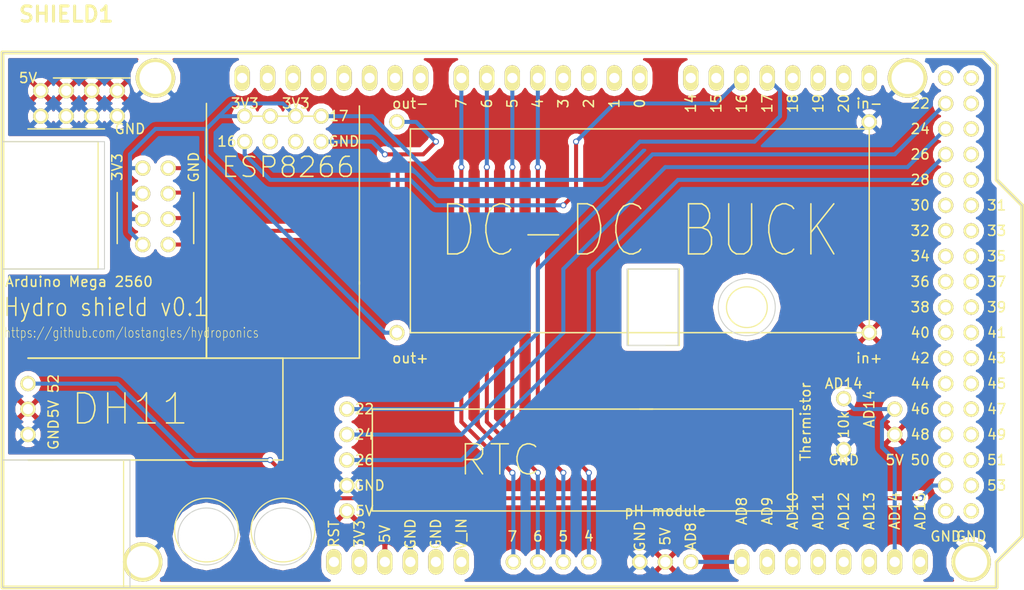
<source format=kicad_pcb>
(kicad_pcb (version 4) (host pcbnew "(after 2015-mar-04 BZR unknown)-product")

  (general
    (links 74)
    (no_connects 1)
    (area 75.75 27.486 178.190501 86.81)
    (thickness 1.6)
    (drawings 25)
    (tracks 123)
    (zones 0)
    (modules 1)
    (nets 77)
  )

  (page A4)
  (layers
    (0 F.Cu signal)
    (31 B.Cu signal)
    (32 B.Adhes user)
    (33 F.Adhes user)
    (34 B.Paste user)
    (35 F.Paste user)
    (36 B.SilkS user)
    (37 F.SilkS user)
    (38 B.Mask user)
    (39 F.Mask user)
    (40 Dwgs.User user)
    (41 Cmts.User user)
    (42 Eco1.User user)
    (43 Eco2.User user)
    (44 Edge.Cuts user)
    (45 Margin user)
    (46 B.CrtYd user)
    (47 F.CrtYd user)
    (48 B.Fab user)
    (49 F.Fab user)
  )

  (setup
    (last_trace_width 0.4)
    (trace_clearance 0.2)
    (zone_clearance 0.508)
    (zone_45_only no)
    (trace_min 0.2)
    (segment_width 0.2)
    (edge_width 0.1)
    (via_size 0.6)
    (via_drill 0.4)
    (via_min_size 0.35)
    (via_min_drill 0.35)
    (uvia_size 0.35)
    (uvia_drill 0.34)
    (uvias_allowed no)
    (uvia_min_size 0.32)
    (uvia_min_drill 0.34)
    (pcb_text_width 0.3)
    (pcb_text_size 1.5 1.5)
    (mod_edge_width 0.15)
    (mod_text_size 1 1)
    (mod_text_width 0.15)
    (pad_size 1.5 1.5)
    (pad_drill 0.6)
    (pad_to_mask_clearance 0)
    (aux_axis_origin 0 0)
    (visible_elements 7FFFFFFF)
    (pcbplotparams
      (layerselection 0x010f0_80000001)
      (usegerberextensions false)
      (excludeedgelayer true)
      (linewidth 0.100000)
      (plotframeref false)
      (viasonmask false)
      (mode 1)
      (useauxorigin false)
      (hpglpennumber 1)
      (hpglpenspeed 20)
      (hpglpendiameter 15)
      (hpglpenoverlay 2)
      (psnegative false)
      (psa4output false)
      (plotreference true)
      (plotvalue true)
      (plotinvisibletext false)
      (padsonsilk false)
      (subtractmaskfromsilk false)
      (outputformat 1)
      (mirror false)
      (drillshape 0)
      (scaleselection 1)
      (outputdirectory Gerber_test/))
  )

  (net 0 "")
  (net 1 "Net-(SHIELD1-Pad14)")
  (net 2 "Net-(SHIELD1-Pad15)")
  (net 3 "Net-(SHIELD1-Pad16)")
  (net 4 "Net-(SHIELD1-Pad17)")
  (net 5 "Net-(SHIELD1-Pad18)")
  (net 6 "Net-(SHIELD1-Pad19)")
  (net 7 "Net-(SHIELD1-Pad20)")
  (net 8 "Net-(SHIELD1-Pad21)")
  (net 9 "Net-(SHIELD1-PadAD15)")
  (net 10 "Net-(SHIELD1-PadAD14)")
  (net 11 "Net-(SHIELD1-PadAD13)")
  (net 12 "Net-(SHIELD1-PadAD12)")
  (net 13 "Net-(SHIELD1-PadAD8)")
  (net 14 "Net-(SHIELD1-PadAD9)")
  (net 15 "Net-(SHIELD1-PadAD10)")
  (net 16 "Net-(SHIELD1-PadAD11)")
  (net 17 "Net-(SHIELD1-PadAD0)")
  (net 18 "Net-(SHIELD1-PadAD1)")
  (net 19 "Net-(SHIELD1-PadV_IN)")
  (net 20 "Net-(SHIELD1-PadGND2)")
  (net 21 "Net-(SHIELD1-PadGND1)")
  (net 22 "Net-(SHIELD1-Pad3V3)")
  (net 23 "Net-(SHIELD1-PadRST)")
  (net 24 "Net-(SHIELD1-Pad0)")
  (net 25 "Net-(SHIELD1-Pad1)")
  (net 26 "Net-(SHIELD1-Pad2)")
  (net 27 "Net-(SHIELD1-Pad3)")
  (net 28 "Net-(SHIELD1-Pad4)")
  (net 29 "Net-(SHIELD1-Pad5)")
  (net 30 "Net-(SHIELD1-Pad6)")
  (net 31 "Net-(SHIELD1-Pad7)")
  (net 32 "Net-(SHIELD1-Pad8)")
  (net 33 "Net-(SHIELD1-Pad9)")
  (net 34 "Net-(SHIELD1-Pad10)")
  (net 35 "Net-(SHIELD1-Pad11)")
  (net 36 "Net-(SHIELD1-Pad12)")
  (net 37 "Net-(SHIELD1-Pad13)")
  (net 38 "Net-(SHIELD1-PadGND3)")
  (net 39 "Net-(SHIELD1-PadAREF)")
  (net 40 "Net-(SHIELD1-Pad5V)")
  (net 41 "Net-(SHIELD1-Pad22)")
  (net 42 "Net-(SHIELD1-Pad23)")
  (net 43 "Net-(SHIELD1-Pad24)")
  (net 44 "Net-(SHIELD1-Pad25)")
  (net 45 "Net-(SHIELD1-Pad26)")
  (net 46 "Net-(SHIELD1-Pad27)")
  (net 47 "Net-(SHIELD1-Pad28)")
  (net 48 "Net-(SHIELD1-Pad29)")
  (net 49 "Net-(SHIELD1-Pad5V_4)")
  (net 50 "Net-(SHIELD1-Pad5V_5)")
  (net 51 "Net-(SHIELD1-Pad31)")
  (net 52 "Net-(SHIELD1-Pad30)")
  (net 53 "Net-(SHIELD1-Pad32)")
  (net 54 "Net-(SHIELD1-Pad33)")
  (net 55 "Net-(SHIELD1-Pad34)")
  (net 56 "Net-(SHIELD1-Pad35)")
  (net 57 "Net-(SHIELD1-Pad36)")
  (net 58 "Net-(SHIELD1-Pad37)")
  (net 59 "Net-(SHIELD1-Pad38)")
  (net 60 "Net-(SHIELD1-Pad39)")
  (net 61 "Net-(SHIELD1-Pad40)")
  (net 62 "Net-(SHIELD1-Pad41)")
  (net 63 "Net-(SHIELD1-Pad42)")
  (net 64 "Net-(SHIELD1-Pad43)")
  (net 65 "Net-(SHIELD1-Pad44)")
  (net 66 "Net-(SHIELD1-Pad45)")
  (net 67 "Net-(SHIELD1-Pad46)")
  (net 68 "Net-(SHIELD1-Pad47)")
  (net 69 "Net-(SHIELD1-Pad48)")
  (net 70 "Net-(SHIELD1-Pad49)")
  (net 71 "Net-(SHIELD1-Pad50)")
  (net 72 "Net-(SHIELD1-Pad51)")
  (net 73 "Net-(SHIELD1-Pad52)")
  (net 74 "Net-(SHIELD1-Pad53)")
  (net 75 "Net-(SHIELD1-PadGND4)")
  (net 76 "Net-(SHIELD1-PadGND5)")

  (net_class Default "This is the default net class."
    (clearance 0.2)
    (trace_width 0.4)
    (via_dia 0.6)
    (via_drill 0.4)
    (uvia_dia 0.35)
    (uvia_drill 0.34)
    (add_net "Net-(SHIELD1-Pad0)")
    (add_net "Net-(SHIELD1-Pad1)")
    (add_net "Net-(SHIELD1-Pad10)")
    (add_net "Net-(SHIELD1-Pad11)")
    (add_net "Net-(SHIELD1-Pad12)")
    (add_net "Net-(SHIELD1-Pad13)")
    (add_net "Net-(SHIELD1-Pad14)")
    (add_net "Net-(SHIELD1-Pad15)")
    (add_net "Net-(SHIELD1-Pad16)")
    (add_net "Net-(SHIELD1-Pad17)")
    (add_net "Net-(SHIELD1-Pad18)")
    (add_net "Net-(SHIELD1-Pad19)")
    (add_net "Net-(SHIELD1-Pad2)")
    (add_net "Net-(SHIELD1-Pad20)")
    (add_net "Net-(SHIELD1-Pad21)")
    (add_net "Net-(SHIELD1-Pad22)")
    (add_net "Net-(SHIELD1-Pad23)")
    (add_net "Net-(SHIELD1-Pad24)")
    (add_net "Net-(SHIELD1-Pad25)")
    (add_net "Net-(SHIELD1-Pad26)")
    (add_net "Net-(SHIELD1-Pad27)")
    (add_net "Net-(SHIELD1-Pad28)")
    (add_net "Net-(SHIELD1-Pad29)")
    (add_net "Net-(SHIELD1-Pad3)")
    (add_net "Net-(SHIELD1-Pad30)")
    (add_net "Net-(SHIELD1-Pad31)")
    (add_net "Net-(SHIELD1-Pad32)")
    (add_net "Net-(SHIELD1-Pad33)")
    (add_net "Net-(SHIELD1-Pad34)")
    (add_net "Net-(SHIELD1-Pad35)")
    (add_net "Net-(SHIELD1-Pad36)")
    (add_net "Net-(SHIELD1-Pad37)")
    (add_net "Net-(SHIELD1-Pad38)")
    (add_net "Net-(SHIELD1-Pad39)")
    (add_net "Net-(SHIELD1-Pad3V3)")
    (add_net "Net-(SHIELD1-Pad4)")
    (add_net "Net-(SHIELD1-Pad40)")
    (add_net "Net-(SHIELD1-Pad41)")
    (add_net "Net-(SHIELD1-Pad42)")
    (add_net "Net-(SHIELD1-Pad43)")
    (add_net "Net-(SHIELD1-Pad44)")
    (add_net "Net-(SHIELD1-Pad45)")
    (add_net "Net-(SHIELD1-Pad46)")
    (add_net "Net-(SHIELD1-Pad47)")
    (add_net "Net-(SHIELD1-Pad48)")
    (add_net "Net-(SHIELD1-Pad49)")
    (add_net "Net-(SHIELD1-Pad5)")
    (add_net "Net-(SHIELD1-Pad50)")
    (add_net "Net-(SHIELD1-Pad51)")
    (add_net "Net-(SHIELD1-Pad52)")
    (add_net "Net-(SHIELD1-Pad53)")
    (add_net "Net-(SHIELD1-Pad5V)")
    (add_net "Net-(SHIELD1-Pad5V_4)")
    (add_net "Net-(SHIELD1-Pad5V_5)")
    (add_net "Net-(SHIELD1-Pad6)")
    (add_net "Net-(SHIELD1-Pad7)")
    (add_net "Net-(SHIELD1-Pad8)")
    (add_net "Net-(SHIELD1-Pad9)")
    (add_net "Net-(SHIELD1-PadAD0)")
    (add_net "Net-(SHIELD1-PadAD1)")
    (add_net "Net-(SHIELD1-PadAD10)")
    (add_net "Net-(SHIELD1-PadAD11)")
    (add_net "Net-(SHIELD1-PadAD12)")
    (add_net "Net-(SHIELD1-PadAD13)")
    (add_net "Net-(SHIELD1-PadAD14)")
    (add_net "Net-(SHIELD1-PadAD15)")
    (add_net "Net-(SHIELD1-PadAD8)")
    (add_net "Net-(SHIELD1-PadAD9)")
    (add_net "Net-(SHIELD1-PadAREF)")
    (add_net "Net-(SHIELD1-PadGND1)")
    (add_net "Net-(SHIELD1-PadGND2)")
    (add_net "Net-(SHIELD1-PadGND3)")
    (add_net "Net-(SHIELD1-PadGND4)")
    (add_net "Net-(SHIELD1-PadGND5)")
    (add_net "Net-(SHIELD1-PadRST)")
    (add_net "Net-(SHIELD1-PadV_IN)")
  )

  (module Hydro_shield:ARDUINO_MEGA_SHIELD_040pins (layer F.Cu) (tedit 551DD8A5) (tstamp 551EEB20)
    (at 76.2 86.36)
    (path /551AB5C7)
    (fp_text reference SHIELD1 (at 6.35 -57.15) (layer F.SilkS)
      (effects (font (thickness 0.3048)))
    )
    (fp_text value ARDUINO_MEGA_SHIELD (at 13.97 -54.61) (layer F.SilkS) hide
      (effects (font (thickness 0.3048)))
    )
    (fp_text user https://github.com/lostangles/hydroponics (at 12.8524 -25.4) (layer F.SilkS)
      (effects (font (size 1 0.762) (thickness 0.0635)))
    )
    (fp_text user "Arduino Mega 2560" (at 7.62 -30.48) (layer F.SilkS)
      (effects (font (size 1 1) (thickness 0.15)))
    )
    (fp_text user "Hydro shield v0.1" (at 10.287 -27.94) (layer F.SilkS)
      (effects (font (size 1.778 1.524) (thickness 0.15)))
    )
    (fp_line (start 78.74 -17.78) (end 78.74 -7.62) (layer F.SilkS) (width 0.15))
    (fp_line (start 78.74 -7.62) (end 63.5 -7.62) (layer F.SilkS) (width 0.15))
    (fp_line (start 78.74 -17.78) (end 63.5 -17.78) (layer F.SilkS) (width 0.15))
    (fp_line (start 20.32 -22.86) (end 35.56 -22.86) (layer F.SilkS) (width 0.15))
    (fp_line (start 35.56 -22.86) (end 35.56 -30.48) (layer F.SilkS) (width 0.15))
    (fp_line (start 20.32 -22.86) (end 20.32 -30.48) (layer F.SilkS) (width 0.15))
    (fp_line (start 20.32 -22.86) (end 20.32 -45.72) (layer F.SilkS) (width 0.15))
    (fp_line (start 20.32 -22.86) (end 20.32 -45.72) (layer F.SilkS) (width 0.15))
    (fp_line (start 2.54 -22.86) (end 27.94 -22.86) (layer F.SilkS) (width 0.15))
    (fp_line (start 27.94 -22.86) (end 27.94 -12.7) (layer F.SilkS) (width 0.15))
    (fp_line (start 27.94 -12.7) (end 2.54 -12.7) (layer F.SilkS) (width 0.15))
    (fp_line (start 2.54 -12.7) (end 5.08 -12.7) (layer F.SilkS) (width 0.15))
    (fp_text user 31 (at 99.06 -38.1) (layer F.SilkS)
      (effects (font (size 1 1) (thickness 0.15)))
    )
    (fp_text user 33 (at 99.06 -35.56) (layer F.SilkS)
      (effects (font (size 1 1) (thickness 0.15)))
    )
    (fp_text user 35 (at 99.06 -33.02) (layer F.SilkS)
      (effects (font (size 1 1) (thickness 0.15)))
    )
    (fp_text user 37 (at 99.06 -30.48) (layer F.SilkS)
      (effects (font (size 1 1) (thickness 0.15)))
    )
    (fp_text user 39 (at 99.06 -27.94) (layer F.SilkS)
      (effects (font (size 1 1) (thickness 0.15)))
    )
    (fp_text user 41 (at 99.06 -25.4) (layer F.SilkS)
      (effects (font (size 1 1) (thickness 0.15)))
    )
    (fp_text user 43 (at 99.06 -22.86) (layer F.SilkS)
      (effects (font (size 1 1) (thickness 0.15)))
    )
    (fp_text user 45 (at 99.06 -20.32) (layer F.SilkS)
      (effects (font (size 1 1) (thickness 0.15)))
    )
    (fp_text user 47 (at 99.06 -17.78) (layer F.SilkS)
      (effects (font (size 1 1) (thickness 0.15)))
    )
    (fp_text user 49 (at 99.06 -15.24) (layer F.SilkS)
      (effects (font (size 1 1) (thickness 0.15)))
    )
    (fp_text user 51 (at 99.06 -12.7) (layer F.SilkS)
      (effects (font (size 1 1) (thickness 0.15)))
    )
    (fp_text user 53 (at 99.06 -10.16) (layer F.SilkS)
      (effects (font (size 1 1) (thickness 0.15)))
    )
    (fp_text user RST (at 33.02 -5.33 90) (layer F.SilkS)
      (effects (font (size 1 1) (thickness 0.15)))
    )
    (fp_text user 3V3 (at 35.56 -5.33 90) (layer F.SilkS)
      (effects (font (size 1 1) (thickness 0.15)))
    )
    (fp_text user 5V (at 38.1 -5.33 90) (layer F.SilkS)
      (effects (font (size 1 1) (thickness 0.15)))
    )
    (fp_text user GND (at 40.64 -5.33 90) (layer F.SilkS)
      (effects (font (size 1 1) (thickness 0.15)))
    )
    (fp_text user GND (at 43.18 -5.33 90) (layer F.SilkS)
      (effects (font (size 1 1) (thickness 0.15)))
    )
    (fp_text user V_IN (at 45.72 -5.33 90) (layer F.SilkS)
      (effects (font (size 1 1) (thickness 0.15)))
    )
    (fp_text user 22 (at 36.06 -17.78) (layer F.SilkS)
      (effects (font (size 1 1) (thickness 0.15)))
    )
    (fp_text user 24 (at 36.06 -15.24) (layer F.SilkS)
      (effects (font (size 1 1) (thickness 0.15)))
    )
    (fp_text user 26 (at 36.06 -12.7) (layer F.SilkS)
      (effects (font (size 1 1) (thickness 0.15)))
    )
    (fp_text user GND (at 36.56 -10.16) (layer F.SilkS)
      (effects (font (size 1 1) (thickness 0.15)))
    )
    (fp_text user 5V (at 36.06 -7.62) (layer F.SilkS)
      (effects (font (size 1 1) (thickness 0.15)))
    )
    (fp_text user 7 (at 45.72 -48.26 90) (layer F.SilkS)
      (effects (font (size 1 1) (thickness 0.15)))
    )
    (fp_text user 6 (at 48.26 -48.26 90) (layer F.SilkS)
      (effects (font (size 1 1) (thickness 0.15)))
    )
    (fp_text user 5 (at 50.8 -48.26 90) (layer F.SilkS)
      (effects (font (size 1 1) (thickness 0.15)))
    )
    (fp_text user 4 (at 53.34 -48.26 90) (layer F.SilkS)
      (effects (font (size 1 1) (thickness 0.15)))
    )
    (fp_text user 3 (at 55.88 -48.26 90) (layer F.SilkS)
      (effects (font (size 1 1) (thickness 0.15)))
    )
    (fp_text user 2 (at 58.42 -48.26 90) (layer F.SilkS)
      (effects (font (size 1 1) (thickness 0.15)))
    )
    (fp_text user 1 (at 60.96 -48.26 90) (layer F.SilkS)
      (effects (font (size 1 1) (thickness 0.15)))
    )
    (fp_text user 0 (at 63.5 -48.26 90) (layer F.SilkS)
      (effects (font (size 1 1) (thickness 0.15)))
    )
    (fp_text user 14 (at 68.58 -48.26 90) (layer F.SilkS)
      (effects (font (size 1 1) (thickness 0.15)))
    )
    (fp_text user 15 (at 71.12 -48.26 90) (layer F.SilkS)
      (effects (font (size 1 1) (thickness 0.15)))
    )
    (fp_text user 16 (at 73.66 -48.26 90) (layer F.SilkS)
      (effects (font (size 1 1) (thickness 0.15)))
    )
    (fp_text user 17 (at 76.2 -48.26 90) (layer F.SilkS)
      (effects (font (size 1 1) (thickness 0.15)))
    )
    (fp_text user 18 (at 78.74 -48.26 90) (layer F.SilkS)
      (effects (font (size 1 1) (thickness 0.15)))
    )
    (fp_text user 19 (at 81.28 -48.26 90) (layer F.SilkS)
      (effects (font (size 1 1) (thickness 0.15)))
    )
    (fp_text user 20 (at 83.82 -48.26 90) (layer F.SilkS)
      (effects (font (size 1 1) (thickness 0.15)))
    )
    (fp_line (start 0 0) (end 99.06 0) (layer F.SilkS) (width 0.381))
    (fp_line (start 10.16 -45.72) (end 2.54 -45.72) (layer F.SilkS) (width 0.15))
    (fp_line (start 5.08 -50.8) (end 12.7 -50.8) (layer F.SilkS) (width 0.15))
    (fp_text user 5V (at 2.54 -50.8) (layer F.SilkS)
      (effects (font (size 1 1) (thickness 0.15)))
    )
    (fp_text user GND (at 12.7 -45.72) (layer F.SilkS)
      (effects (font (size 1 1) (thickness 0.15)))
    )
    (fp_line (start 35.56 -30.23) (end 35.56 -48.01) (layer F.SilkS) (width 0.15))
    (fp_line (start 20.32 -48.26) (end 20.32 -30.48) (layer F.SilkS) (width 0.15))
    (fp_text user 16 (at 22.36 -44.47 180) (layer F.SilkS)
      (effects (font (size 1 1) (thickness 0.15)))
    )
    (fp_text user GND (at 34.02 -44.47 180) (layer F.SilkS)
      (effects (font (size 1 1) (thickness 0.15)))
    )
    (fp_text user 17 (at 33.52 -47.01 180) (layer F.SilkS)
      (effects (font (size 1 1) (thickness 0.15)))
    )
    (fp_text user 3V3 (at 29.23 -48.26 180) (layer F.SilkS)
      (effects (font (size 1 1) (thickness 0.15)))
    )
    (fp_text user 3V3 (at 24.15 -48.26 180) (layer F.SilkS)
      (effects (font (size 1 1) (thickness 0.15)))
    )
    (fp_text user "DC-DC BUCK" (at 63.5 -35.56 180) (layer F.SilkS)
      (effects (font (size 5 4) (thickness 0.15)))
    )
    (fp_text user 10k (at 83.82 -16.24 90) (layer F.SilkS)
      (effects (font (size 1 1) (thickness 0.15)))
    )
    (fp_text user Thermistor (at 80.01 -16.51 90) (layer F.SilkS)
      (effects (font (size 1 1) (thickness 0.15)))
    )
    (fp_text user "pH module" (at 66.04 -7.62) (layer F.SilkS)
      (effects (font (size 1 1) (thickness 0.15)))
    )
    (fp_text user DH11 (at 12.7 -17.78 180) (layer F.SilkS)
      (effects (font (size 3 3) (thickness 0.15)))
    )
    (fp_text user ESP8266 (at 28.46 -41.91) (layer F.SilkS)
      (effects (font (size 2 2) (thickness 0.15)))
    )
    (fp_text user RTC (at 49.55 -12.7) (layer F.SilkS)
      (effects (font (size 3 3) (thickness 0.15)))
    )
    (fp_text user in- (at 86.36 -48.26 180) (layer F.SilkS)
      (effects (font (size 1 1) (thickness 0.15)))
    )
    (fp_text user in+ (at 86.36 -22.86 180) (layer F.SilkS)
      (effects (font (size 1 1) (thickness 0.15)))
    )
    (fp_text user out- (at 40.64 -48.26 180) (layer F.SilkS)
      (effects (font (size 1 1) (thickness 0.15)))
    )
    (fp_text user out+ (at 40.64 -22.86 180) (layer F.SilkS)
      (effects (font (size 1 1) (thickness 0.15)))
    )
    (fp_line (start 31.75 -46.99) (end 24.13 -46.99) (layer F.SilkS) (width 0.15))
    (fp_line (start 36.85 -7.62) (end 36.85 -17.78) (layer F.SilkS) (width 0.15))
    (fp_line (start 36.85 -17.78) (end 64.79 -17.78) (layer F.SilkS) (width 0.15))
    (fp_line (start 64.79 -7.62) (end 36.85 -7.62) (layer F.SilkS) (width 0.15))
    (fp_line (start 40.64 -25.4) (end 40.64 -45.72) (layer F.SilkS) (width 0.15))
    (fp_line (start 40.64 -45.72) (end 86.36 -45.72) (layer F.SilkS) (width 0.15))
    (fp_line (start 86.36 -45.72) (end 86.36 -25.4) (layer F.SilkS) (width 0.15))
    (fp_line (start 86.36 -25.4) (end 40.64 -25.4) (layer F.SilkS) (width 0.15))
    (fp_line (start 2.54 -12.7) (end 20.32 -12.7) (layer F.SilkS) (width 0.15))
    (fp_line (start 20.32 -22.86) (end 2.54 -22.86) (layer F.SilkS) (width 0.15))
    (fp_text user 22 (at 91.44 -48.26) (layer F.SilkS)
      (effects (font (size 1 1) (thickness 0.15)))
    )
    (fp_text user 24 (at 91.44 -45.72) (layer F.SilkS)
      (effects (font (size 1 1) (thickness 0.15)))
    )
    (fp_text user 26 (at 91.44 -43.18) (layer F.SilkS)
      (effects (font (size 1 1) (thickness 0.15)))
    )
    (fp_text user 28 (at 91.44 -40.64) (layer F.SilkS)
      (effects (font (size 1 1) (thickness 0.15)))
    )
    (fp_text user 30 (at 91.44 -38.1) (layer F.SilkS)
      (effects (font (size 1 1) (thickness 0.15)))
    )
    (fp_text user 32 (at 91.44 -35.56) (layer F.SilkS)
      (effects (font (size 1 1) (thickness 0.15)))
    )
    (fp_text user 34 (at 91.44 -33.02) (layer F.SilkS)
      (effects (font (size 1 1) (thickness 0.15)))
    )
    (fp_text user 36 (at 91.44 -30.48) (layer F.SilkS)
      (effects (font (size 1 1) (thickness 0.15)))
    )
    (fp_text user 38 (at 91.44 -27.94) (layer F.SilkS)
      (effects (font (size 1 1) (thickness 0.15)))
    )
    (fp_text user 40 (at 91.44 -25.4) (layer F.SilkS)
      (effects (font (size 1 1) (thickness 0.15)))
    )
    (fp_text user 42 (at 91.44 -22.86) (layer F.SilkS)
      (effects (font (size 1 1) (thickness 0.15)))
    )
    (fp_text user 44 (at 91.44 -20.32) (layer F.SilkS)
      (effects (font (size 1 1) (thickness 0.15)))
    )
    (fp_text user 46 (at 91.44 -17.78) (layer F.SilkS)
      (effects (font (size 1 1) (thickness 0.15)))
    )
    (fp_text user 48 (at 91.44 -15.24) (layer F.SilkS)
      (effects (font (size 1 1) (thickness 0.15)))
    )
    (fp_text user 50 (at 91.44 -12.7) (layer F.SilkS)
      (effects (font (size 1 1) (thickness 0.15)))
    )
    (fp_text user GND (at 96.52 -5.08) (layer F.SilkS)
      (effects (font (size 1 1) (thickness 0.15)))
    )
    (fp_text user GND (at 93.98 -5.08) (layer F.SilkS)
      (effects (font (size 1 1) (thickness 0.15)))
    )
    (fp_text user AD15 (at 91.44 -7.62 90) (layer F.SilkS)
      (effects (font (size 1 1) (thickness 0.15)))
    )
    (fp_text user AD14 (at 88.9 -7.62 90) (layer F.SilkS)
      (effects (font (size 1 1) (thickness 0.15)))
    )
    (fp_text user AD13 (at 86.36 -7.62 90) (layer F.SilkS)
      (effects (font (size 1 1) (thickness 0.15)))
    )
    (fp_text user AD12 (at 83.82 -7.62 90) (layer F.SilkS)
      (effects (font (size 1 1) (thickness 0.15)))
    )
    (fp_text user AD11 (at 81.28 -7.62 90) (layer F.SilkS)
      (effects (font (size 1 1) (thickness 0.15)))
    )
    (fp_text user AD10 (at 78.74 -7.62 90) (layer F.SilkS)
      (effects (font (size 1 1) (thickness 0.15)))
    )
    (fp_text user AD9 (at 76.2 -7.62 90) (layer F.SilkS)
      (effects (font (size 1 1) (thickness 0.15)))
    )
    (fp_text user AD8 (at 73.66 -7.62 90) (layer F.SilkS)
      (effects (font (size 1 1) (thickness 0.15)))
    )
    (fp_text user AD8 (at 68.58 -5.08 90) (layer F.SilkS)
      (effects (font (size 1 1) (thickness 0.15)))
    )
    (fp_text user 5V (at 66.04 -5.08 270) (layer F.SilkS)
      (effects (font (size 1 1) (thickness 0.15)))
    )
    (fp_text user GND (at 63.5 -5.08 270) (layer F.SilkS)
      (effects (font (size 1 1) (thickness 0.15)))
    )
    (fp_text user 5V (at 88.9 -12.7) (layer F.SilkS)
      (effects (font (size 1 1) (thickness 0.15)))
    )
    (fp_text user AD14 (at 86.36 -17.78 90) (layer F.SilkS)
      (effects (font (size 1 1) (thickness 0.15)))
    )
    (fp_text user AD14 (at 83.82 -20.32 180) (layer F.SilkS)
      (effects (font (size 1 1) (thickness 0.15)))
    )
    (fp_text user GND (at 83.82 -12.7) (layer F.SilkS)
      (effects (font (size 1 1) (thickness 0.15)))
    )
    (fp_text user GND (at 5.08 -15.24 270) (layer F.SilkS)
      (effects (font (size 1 1) (thickness 0.15)))
    )
    (fp_text user 5V (at 5.08 -17.78 270) (layer F.SilkS)
      (effects (font (size 1 1) (thickness 0.15)))
    )
    (fp_text user 52 (at 5.08 -20.32 270) (layer F.SilkS)
      (effects (font (size 1 1) (thickness 0.15)))
    )
    (fp_text user 7 (at 50.8 -5.08) (layer F.SilkS)
      (effects (font (size 1 1) (thickness 0.15)))
    )
    (fp_text user 6 (at 53.34 -5.08) (layer F.SilkS)
      (effects (font (size 1 1) (thickness 0.15)))
    )
    (fp_text user 5 (at 55.88 -5.08) (layer F.SilkS)
      (effects (font (size 1 1) (thickness 0.15)))
    )
    (fp_text user 4 (at 58.42 -5.08) (layer F.SilkS)
      (effects (font (size 1 1) (thickness 0.15)))
    )
    (fp_line (start 11.43 -39.37) (end 11.43 -34.29) (layer F.SilkS) (width 0.15))
    (fp_text user 3V3 (at 11.43 -41.91 270) (layer F.SilkS)
      (effects (font (size 1 1) (thickness 0.15)))
    )
    (fp_line (start 19.05 -39.37) (end 19.05 -34.29) (layer F.SilkS) (width 0.15))
    (fp_text user GND (at 19.05 -41.91 270) (layer F.SilkS)
      (effects (font (size 1 1) (thickness 0.15)))
    )
    (fp_circle (center 27.94 -5.715) (end 31.115 -5.715) (layer F.SilkS) (width 0.127))
    (fp_circle (center 20.32 -5.715) (end 23.495 -5.715) (layer F.SilkS) (width 0.127))
    (fp_line (start 0 -12.7) (end 12.065 -12.7) (layer F.SilkS) (width 0.127))
    (fp_line (start 12.065 -12.7) (end 12.065 0) (layer F.SilkS) (width 0.127))
    (fp_line (start 0 -44.45) (end 9.525 -44.45) (layer F.SilkS) (width 0.127))
    (fp_line (start 9.525 -44.45) (end 9.525 -31.75) (layer F.SilkS) (width 0.127))
    (fp_line (start 9.525 -31.75) (end 0 -31.75) (layer F.SilkS) (width 0.127))
    (fp_line (start 62.357 -31.75) (end 62.357 -24.13) (layer F.SilkS) (width 0.127))
    (fp_line (start 62.357 -24.13) (end 67.437 -24.13) (layer F.SilkS) (width 0.127))
    (fp_line (start 67.437 -24.13) (end 67.437 -31.75) (layer F.SilkS) (width 0.127))
    (fp_line (start 67.437 -31.75) (end 62.357 -31.75) (layer F.SilkS) (width 0.127))
    (fp_circle (center 74.168 -27.94) (end 76.2 -27.94) (layer F.SilkS) (width 0.127))
    (fp_line (start 97.79 -53.34) (end 0 -53.34) (layer F.SilkS) (width 0.381))
    (fp_line (start 99.06 -40.64) (end 99.06 -52.07) (layer F.SilkS) (width 0.381))
    (fp_line (start 99.06 -52.07) (end 97.79 -53.34) (layer F.SilkS) (width 0.381))
    (fp_line (start 0 0) (end 0 -53.34) (layer F.SilkS) (width 0.381))
    (fp_line (start 99.06 -40.64) (end 101.6 -38.1) (layer F.SilkS) (width 0.381))
    (fp_line (start 101.6 -38.1) (end 101.6 -5.08) (layer F.SilkS) (width 0.381))
    (fp_line (start 101.6 -5.08) (end 99.06 -2.54) (layer F.SilkS) (width 0.381))
    (fp_line (start 99.06 -2.54) (end 99.06 0) (layer F.SilkS) (width 0.381))
    (pad GND1 thru_hole circle (at 8.89 -46.99) (size 1.524 1.524) (drill 1.016) (layers *.Cu *.Mask F.SilkS)
      (net 21 "Net-(SHIELD1-PadGND1)"))
    (pad 5V thru_hole circle (at 8.89 -49.53) (size 1.524 1.524) (drill 1.016) (layers *.Cu *.Mask F.SilkS)
      (net 40 "Net-(SHIELD1-Pad5V)"))
    (pad 5V thru_hole circle (at 11.43 -49.53) (size 1.524 1.524) (drill 1.016) (layers *.Cu *.Mask F.SilkS)
      (net 40 "Net-(SHIELD1-Pad5V)"))
    (pad GND1 thru_hole circle (at 11.43 -46.99) (size 1.524 1.524) (drill 1.016) (layers *.Cu *.Mask F.SilkS)
      (net 21 "Net-(SHIELD1-PadGND1)"))
    (pad GND1 thru_hole circle (at 6.35 -46.99) (size 1.524 1.524) (drill 1.016) (layers *.Cu *.Mask F.SilkS)
      (net 21 "Net-(SHIELD1-PadGND1)"))
    (pad 5V thru_hole circle (at 6.35 -49.53) (size 1.524 1.524) (drill 1.016) (layers *.Cu *.Mask F.SilkS)
      (net 40 "Net-(SHIELD1-Pad5V)"))
    (pad 5V thru_hole circle (at 3.81 -49.53) (size 1.524 1.524) (drill 1.016) (layers *.Cu *.Mask F.SilkS)
      (net 40 "Net-(SHIELD1-Pad5V)"))
    (pad GND1 thru_hole circle (at 3.81 -46.99) (size 1.524 1.524) (drill 1.016) (layers *.Cu *.Mask F.SilkS)
      (net 21 "Net-(SHIELD1-PadGND1)"))
    (pad AD1 thru_hole circle (at 16.51 -36.73 270) (size 1.524 1.524) (drill 1.016) (layers *.Cu *.Mask F.SilkS)
      (net 18 "Net-(SHIELD1-PadAD1)"))
    (pad AD1 thru_hole circle (at 16.51 -41.81 270) (size 1.524 1.524) (drill 1.016) (layers *.Cu *.Mask F.SilkS)
      (net 18 "Net-(SHIELD1-PadAD1)"))
    (pad AD1 thru_hole circle (at 16.51 -39.27 270) (size 1.524 1.524) (drill 1.016) (layers *.Cu *.Mask F.SilkS)
      (net 18 "Net-(SHIELD1-PadAD1)"))
    (pad AD1 thru_hole circle (at 16.51 -34.19 270) (size 1.524 1.524) (drill 1.016) (layers *.Cu *.Mask F.SilkS)
      (net 18 "Net-(SHIELD1-PadAD1)"))
    (pad AD0 thru_hole circle (at 13.97 -36.73 270) (size 1.524 1.524) (drill 1.016) (layers *.Cu *.Mask F.SilkS)
      (net 17 "Net-(SHIELD1-PadAD0)"))
    (pad AD0 thru_hole circle (at 13.97 -34.19 270) (size 1.524 1.524) (drill 1.016) (layers *.Cu *.Mask F.SilkS)
      (net 17 "Net-(SHIELD1-PadAD0)"))
    (pad AD0 thru_hole circle (at 13.97 -39.27 270) (size 1.524 1.524) (drill 1.016) (layers *.Cu *.Mask F.SilkS)
      (net 17 "Net-(SHIELD1-PadAD0)"))
    (pad AD0 thru_hole circle (at 13.97 -41.81 270) (size 1.524 1.524) (drill 1.016) (layers *.Cu *.Mask F.SilkS)
      (net 17 "Net-(SHIELD1-PadAD0)"))
    (pad 7 thru_hole circle (at 50.9 -2.54) (size 1.524 1.524) (drill 1.016) (layers *.Cu *.Mask F.SilkS)
      (net 31 "Net-(SHIELD1-Pad7)"))
    (pad 6 thru_hole circle (at 53.34 -2.54) (size 1.524 1.524) (drill 1.016) (layers *.Cu *.Mask F.SilkS)
      (net 30 "Net-(SHIELD1-Pad6)"))
    (pad 5 thru_hole circle (at 55.88 -2.54) (size 1.524 1.524) (drill 1.016) (layers *.Cu *.Mask F.SilkS)
      (net 29 "Net-(SHIELD1-Pad5)"))
    (pad 4 thru_hole circle (at 58.42 -2.54) (size 1.524 1.524) (drill 1.016) (layers *.Cu *.Mask F.SilkS)
      (net 28 "Net-(SHIELD1-Pad4)"))
    (pad 50 thru_hole circle (at 93.98 -12.7) (size 1.524 1.524) (drill 1.016) (layers *.Cu *.Mask F.SilkS)
      (net 71 "Net-(SHIELD1-Pad50)"))
    (pad 48 thru_hole circle (at 93.98 -15.24) (size 1.524 1.524) (drill 1.016) (layers *.Cu *.Mask F.SilkS)
      (net 69 "Net-(SHIELD1-Pad48)"))
    (pad 46 thru_hole circle (at 93.98 -17.78) (size 1.524 1.524) (drill 1.016) (layers *.Cu *.Mask F.SilkS)
      (net 67 "Net-(SHIELD1-Pad46)"))
    (pad 44 thru_hole circle (at 93.98 -20.32) (size 1.524 1.524) (drill 1.016) (layers *.Cu *.Mask F.SilkS)
      (net 65 "Net-(SHIELD1-Pad44)"))
    (pad 44 thru_hole circle (at 93.98 -20.32) (size 1.524 1.524) (drill 1.016) (layers *.Cu *.Mask F.SilkS)
      (net 65 "Net-(SHIELD1-Pad44)"))
    (pad 46 thru_hole circle (at 93.98 -17.78) (size 1.524 1.524) (drill 1.016) (layers *.Cu *.Mask F.SilkS)
      (net 67 "Net-(SHIELD1-Pad46)"))
    (pad 48 thru_hole circle (at 93.98 -15.24) (size 1.524 1.524) (drill 1.016) (layers *.Cu *.Mask F.SilkS)
      (net 69 "Net-(SHIELD1-Pad48)"))
    (pad 50 thru_hole circle (at 93.98 -12.7) (size 1.524 1.524) (drill 1.016) (layers *.Cu *.Mask F.SilkS)
      (net 71 "Net-(SHIELD1-Pad50)"))
    (pad GND1 thru_hole circle (at 83.82 -13.74) (size 1.524 1.524) (drill 1.016) (layers *.Cu *.Mask F.SilkS)
      (net 21 "Net-(SHIELD1-PadGND1)"))
    (pad AD14 thru_hole circle (at 83.82 -18.82) (size 1.524 1.524) (drill 1.016) (layers *.Cu *.Mask F.SilkS)
      (net 10 "Net-(SHIELD1-PadAD14)"))
    (pad AD14 thru_hole circle (at 88.9 -17.78) (size 1.524 1.524) (drill 1.016) (layers *.Cu *.Mask F.SilkS)
      (net 10 "Net-(SHIELD1-PadAD14)"))
    (pad 5V thru_hole circle (at 88.9 -15.24) (size 1.524 1.524) (drill 1.016) (layers *.Cu *.Mask F.SilkS)
      (net 40 "Net-(SHIELD1-Pad5V)"))
    (pad AD0 thru_hole circle (at 39.3 -25.4 180) (size 1.524 1.524) (drill 1.016) (layers *.Cu *.Mask F.SilkS)
      (net 17 "Net-(SHIELD1-PadAD0)"))
    (pad AD1 thru_hole circle (at 39.3 -46.42 180) (size 1.524 1.524) (drill 1.016) (layers *.Cu *.Mask F.SilkS)
      (net 18 "Net-(SHIELD1-PadAD1)"))
    (pad GND1 thru_hole circle (at 86.36 -46.42 180) (size 1.524 1.524) (drill 1.016) (layers *.Cu *.Mask F.SilkS)
      (net 21 "Net-(SHIELD1-PadGND1)"))
    (pad 5V thru_hole circle (at 86.36 -25.4 180) (size 1.524 1.524) (drill 1.016) (layers *.Cu *.Mask F.SilkS)
      (net 40 "Net-(SHIELD1-Pad5V)"))
    (pad 22 thru_hole circle (at 34.31 -17.78) (size 1.524 1.524) (drill 1.016) (layers *.Cu *.Mask F.SilkS)
      (net 41 "Net-(SHIELD1-Pad22)"))
    (pad 24 thru_hole circle (at 34.31 -15.24) (size 1.524 1.524) (drill 1.016) (layers *.Cu *.Mask F.SilkS)
      (net 43 "Net-(SHIELD1-Pad24)"))
    (pad 26 thru_hole circle (at 34.31 -12.7) (size 1.524 1.524) (drill 1.016) (layers *.Cu *.Mask F.SilkS)
      (net 45 "Net-(SHIELD1-Pad26)"))
    (pad GND1 thru_hole circle (at 34.31 -10.16) (size 1.524 1.524) (drill 1.016) (layers *.Cu *.Mask F.SilkS)
      (net 21 "Net-(SHIELD1-PadGND1)"))
    (pad 5V thru_hole circle (at 34.31 -7.62) (size 1.524 1.524) (drill 1.016) (layers *.Cu *.Mask F.SilkS)
      (net 40 "Net-(SHIELD1-Pad5V)"))
    (pad AD8 thru_hole circle (at 68.58 -2.54 270) (size 1.524 1.524) (drill 1.016) (layers *.Cu *.Mask F.SilkS)
      (net 13 "Net-(SHIELD1-PadAD8)"))
    (pad 5V thru_hole circle (at 66.04 -2.54 270) (size 1.524 1.524) (drill 1.016) (layers *.Cu *.Mask F.SilkS)
      (net 40 "Net-(SHIELD1-Pad5V)"))
    (pad GND1 thru_hole circle (at 63.5 -2.54 270) (size 1.524 1.524) (drill 1.016) (layers *.Cu *.Mask F.SilkS)
      (net 21 "Net-(SHIELD1-PadGND1)"))
    (pad GND1 thru_hole circle (at 2.54 -15.24 180) (size 1.524 1.524) (drill 1.016) (layers *.Cu *.Mask F.SilkS)
      (net 21 "Net-(SHIELD1-PadGND1)"))
    (pad 5V thru_hole circle (at 2.54 -17.78 180) (size 1.524 1.524) (drill 1.016) (layers *.Cu *.Mask F.SilkS)
      (net 40 "Net-(SHIELD1-Pad5V)"))
    (pad 52 thru_hole circle (at 2.54 -20.32 180) (size 1.524 1.524) (drill 1.016) (layers *.Cu *.Mask F.SilkS)
      (net 73 "Net-(SHIELD1-Pad52)"))
    (pad 16 thru_hole circle (at 24.13 -44.45 270) (size 1.524 1.524) (drill 1.016) (layers *.Cu *.Mask F.SilkS)
      (net 3 "Net-(SHIELD1-Pad16)"))
    (pad AD0 thru_hole circle (at 24.13 -46.99 270) (size 1.524 1.524) (drill 1.016) (layers *.Cu *.Mask F.SilkS)
      (net 17 "Net-(SHIELD1-PadAD0)"))
    (pad AD0 thru_hole circle (at 29.21 -46.99 270) (size 1.524 1.524) (drill 1.016) (layers *.Cu *.Mask F.SilkS)
      (net 17 "Net-(SHIELD1-PadAD0)"))
    (pad "" thru_hole circle (at 29.21 -44.45 270) (size 1.524 1.524) (drill 1.016) (layers *.Cu *.Mask F.SilkS))
    (pad "" thru_hole circle (at 26.67 -46.99 270) (size 1.524 1.524) (drill 1.016) (layers *.Cu *.Mask F.SilkS))
    (pad "" thru_hole circle (at 26.67 -44.45 270) (size 1.524 1.524) (drill 1.016) (layers *.Cu *.Mask F.SilkS))
    (pad AD1 thru_hole circle (at 31.75 -44.45 270) (size 1.524 1.524) (drill 1.016) (layers *.Cu *.Mask F.SilkS)
      (net 18 "Net-(SHIELD1-PadAD1)"))
    (pad 17 thru_hole circle (at 31.75 -46.99 270) (size 1.524 1.524) (drill 1.016) (layers *.Cu *.Mask F.SilkS)
      (net 4 "Net-(SHIELD1-Pad17)"))
    (pad GND5 thru_hole circle (at 96.52 -7.62) (size 1.524 1.524) (drill 1.016) (layers *.Cu *.Mask F.SilkS)
      (net 76 "Net-(SHIELD1-PadGND5)"))
    (pad GND4 thru_hole circle (at 93.98 -7.62) (size 1.524 1.524) (drill 1.016) (layers *.Cu *.Mask F.SilkS)
      (net 75 "Net-(SHIELD1-PadGND4)"))
    (pad 53 thru_hole circle (at 96.52 -10.16) (size 1.524 1.524) (drill 1.016) (layers *.Cu *.Mask F.SilkS)
      (net 74 "Net-(SHIELD1-Pad53)"))
    (pad 52 thru_hole circle (at 93.98 -10.16) (size 1.524 1.524) (drill 1.016) (layers *.Cu *.Mask F.SilkS)
      (net 73 "Net-(SHIELD1-Pad52)"))
    (pad 51 thru_hole circle (at 96.52 -12.7) (size 1.524 1.524) (drill 1.016) (layers *.Cu *.Mask F.SilkS)
      (net 72 "Net-(SHIELD1-Pad51)"))
    (pad 50 thru_hole circle (at 93.98 -12.7) (size 1.524 1.524) (drill 1.016) (layers *.Cu *.Mask F.SilkS)
      (net 71 "Net-(SHIELD1-Pad50)"))
    (pad 49 thru_hole circle (at 96.52 -15.24) (size 1.524 1.524) (drill 1.016) (layers *.Cu *.Mask F.SilkS)
      (net 70 "Net-(SHIELD1-Pad49)"))
    (pad 48 thru_hole circle (at 93.98 -15.24) (size 1.524 1.524) (drill 1.016) (layers *.Cu *.Mask F.SilkS)
      (net 69 "Net-(SHIELD1-Pad48)"))
    (pad 47 thru_hole circle (at 96.52 -17.78) (size 1.524 1.524) (drill 1.016) (layers *.Cu *.Mask F.SilkS)
      (net 68 "Net-(SHIELD1-Pad47)"))
    (pad 46 thru_hole circle (at 93.98 -17.78) (size 1.524 1.524) (drill 1.016) (layers *.Cu *.Mask F.SilkS)
      (net 67 "Net-(SHIELD1-Pad46)"))
    (pad 45 thru_hole circle (at 96.52 -20.32) (size 1.524 1.524) (drill 1.016) (layers *.Cu *.Mask F.SilkS)
      (net 66 "Net-(SHIELD1-Pad45)"))
    (pad 44 thru_hole circle (at 93.98 -20.32) (size 1.524 1.524) (drill 1.016) (layers *.Cu *.Mask F.SilkS)
      (net 65 "Net-(SHIELD1-Pad44)"))
    (pad 43 thru_hole circle (at 96.52 -22.86) (size 1.524 1.524) (drill 1.016) (layers *.Cu *.Mask F.SilkS)
      (net 64 "Net-(SHIELD1-Pad43)"))
    (pad 42 thru_hole circle (at 93.98 -22.86) (size 1.524 1.524) (drill 1.016) (layers *.Cu *.Mask F.SilkS)
      (net 63 "Net-(SHIELD1-Pad42)"))
    (pad 41 thru_hole circle (at 96.52 -25.4) (size 1.524 1.524) (drill 1.016) (layers *.Cu *.Mask F.SilkS)
      (net 62 "Net-(SHIELD1-Pad41)"))
    (pad 40 thru_hole circle (at 93.98 -25.4) (size 1.524 1.524) (drill 1.016) (layers *.Cu *.Mask F.SilkS)
      (net 61 "Net-(SHIELD1-Pad40)"))
    (pad 39 thru_hole circle (at 96.52 -27.94) (size 1.524 1.524) (drill 1.016) (layers *.Cu *.Mask F.SilkS)
      (net 60 "Net-(SHIELD1-Pad39)"))
    (pad 38 thru_hole circle (at 93.98 -27.94) (size 1.524 1.524) (drill 1.016) (layers *.Cu *.Mask F.SilkS)
      (net 59 "Net-(SHIELD1-Pad38)"))
    (pad 37 thru_hole circle (at 96.52 -30.48) (size 1.524 1.524) (drill 1.016) (layers *.Cu *.Mask F.SilkS)
      (net 58 "Net-(SHIELD1-Pad37)"))
    (pad 36 thru_hole circle (at 93.98 -30.48) (size 1.524 1.524) (drill 1.016) (layers *.Cu *.Mask F.SilkS)
      (net 57 "Net-(SHIELD1-Pad36)"))
    (pad 14 thru_hole oval (at 68.58 -50.8 90) (size 2.54 1.524) (drill 1.016) (layers *.Cu *.Mask F.SilkS)
      (net 1 "Net-(SHIELD1-Pad14)"))
    (pad 15 thru_hole oval (at 71.12 -50.8 90) (size 2.54 1.524) (drill 1.016) (layers *.Cu *.Mask F.SilkS)
      (net 2 "Net-(SHIELD1-Pad15)"))
    (pad 16 thru_hole oval (at 73.66 -50.8 90) (size 2.54 1.524) (drill 1.016) (layers *.Cu *.Mask F.SilkS)
      (net 3 "Net-(SHIELD1-Pad16)"))
    (pad 17 thru_hole oval (at 76.2 -50.8 90) (size 2.54 1.524) (drill 1.016) (layers *.Cu *.Mask F.SilkS)
      (net 4 "Net-(SHIELD1-Pad17)"))
    (pad 18 thru_hole oval (at 78.74 -50.8 90) (size 2.54 1.524) (drill 1.016) (layers *.Cu *.Mask F.SilkS)
      (net 5 "Net-(SHIELD1-Pad18)"))
    (pad 19 thru_hole oval (at 81.28 -50.8 90) (size 2.54 1.524) (drill 1.016) (layers *.Cu *.Mask F.SilkS)
      (net 6 "Net-(SHIELD1-Pad19)"))
    (pad 20 thru_hole oval (at 83.82 -50.8 90) (size 2.54 1.524) (drill 1.016) (layers *.Cu *.Mask F.SilkS)
      (net 7 "Net-(SHIELD1-Pad20)"))
    (pad 21 thru_hole oval (at 86.36 -50.8 90) (size 2.54 1.524) (drill 1.016) (layers *.Cu *.Mask F.SilkS)
      (net 8 "Net-(SHIELD1-Pad21)"))
    (pad AD15 thru_hole oval (at 91.44 -2.54 90) (size 2.54 1.524) (drill 1.016) (layers *.Cu *.Mask F.SilkS)
      (net 9 "Net-(SHIELD1-PadAD15)"))
    (pad AD14 thru_hole oval (at 88.9 -2.54 90) (size 2.54 1.524) (drill 1.016) (layers *.Cu *.Mask F.SilkS)
      (net 10 "Net-(SHIELD1-PadAD14)"))
    (pad AD13 thru_hole oval (at 86.36 -2.54 90) (size 2.54 1.524) (drill 1.016) (layers *.Cu *.Mask F.SilkS)
      (net 11 "Net-(SHIELD1-PadAD13)"))
    (pad AD12 thru_hole oval (at 83.82 -2.54 90) (size 2.54 1.524) (drill 1.016) (layers *.Cu *.Mask F.SilkS)
      (net 12 "Net-(SHIELD1-PadAD12)"))
    (pad AD8 thru_hole oval (at 73.66 -2.54 90) (size 2.54 1.524) (drill 1.016) (layers *.Cu *.Mask F.SilkS)
      (net 13 "Net-(SHIELD1-PadAD8)"))
    (pad AD9 thru_hole oval (at 76.2 -2.54 90) (size 2.54 1.524) (drill 1.016) (layers *.Cu *.Mask F.SilkS)
      (net 14 "Net-(SHIELD1-PadAD9)"))
    (pad AD10 thru_hole oval (at 78.74 -2.54 90) (size 2.54 1.524) (drill 1.016) (layers *.Cu *.Mask F.SilkS)
      (net 15 "Net-(SHIELD1-PadAD10)"))
    (pad AD11 thru_hole oval (at 81.28 -2.54 90) (size 2.54 1.524) (drill 1.016) (layers *.Cu *.Mask F.SilkS)
      (net 16 "Net-(SHIELD1-PadAD11)"))
    (pad V_IN thru_hole oval (at 45.72 -2.54 90) (size 2.54 1.524) (drill 1.016) (layers *.Cu *.Mask F.SilkS)
      (net 19 "Net-(SHIELD1-PadV_IN)"))
    (pad GND2 thru_hole oval (at 43.18 -2.54 90) (size 2.54 1.524) (drill 1.016) (layers *.Cu *.Mask F.SilkS)
      (net 20 "Net-(SHIELD1-PadGND2)"))
    (pad GND1 thru_hole oval (at 40.64 -2.54 90) (size 2.54 1.524) (drill 1.016) (layers *.Cu *.Mask F.SilkS)
      (net 21 "Net-(SHIELD1-PadGND1)"))
    (pad 3V3 thru_hole oval (at 35.56 -2.54 90) (size 2.54 1.524) (drill 1.016) (layers *.Cu *.Mask F.SilkS)
      (net 22 "Net-(SHIELD1-Pad3V3)"))
    (pad RST thru_hole oval (at 33.02 -2.54 90) (size 2.54 1.524) (drill 1.016) (layers *.Cu *.Mask F.SilkS)
      (net 23 "Net-(SHIELD1-PadRST)"))
    (pad 0 thru_hole oval (at 63.5 -50.8 90) (size 2.54 1.524) (drill 1.016) (layers *.Cu *.Mask F.SilkS)
      (net 24 "Net-(SHIELD1-Pad0)"))
    (pad 1 thru_hole oval (at 60.96 -50.8 90) (size 2.54 1.524) (drill 1.016) (layers *.Cu *.Mask F.SilkS)
      (net 25 "Net-(SHIELD1-Pad1)"))
    (pad 2 thru_hole oval (at 58.42 -50.8 90) (size 2.54 1.524) (drill 1.016) (layers *.Cu *.Mask F.SilkS)
      (net 26 "Net-(SHIELD1-Pad2)"))
    (pad 3 thru_hole oval (at 55.88 -50.8 90) (size 2.54 1.524) (drill 1.016) (layers *.Cu *.Mask F.SilkS)
      (net 27 "Net-(SHIELD1-Pad3)"))
    (pad 4 thru_hole oval (at 53.34 -50.8 90) (size 2.54 1.524) (drill 1.016) (layers *.Cu *.Mask F.SilkS)
      (net 28 "Net-(SHIELD1-Pad4)"))
    (pad 5 thru_hole oval (at 50.8 -50.8 90) (size 2.54 1.524) (drill 1.016) (layers *.Cu *.Mask F.SilkS)
      (net 29 "Net-(SHIELD1-Pad5)"))
    (pad 6 thru_hole oval (at 48.26 -50.8 90) (size 2.54 1.524) (drill 1.016) (layers *.Cu *.Mask F.SilkS)
      (net 30 "Net-(SHIELD1-Pad6)"))
    (pad 7 thru_hole oval (at 45.72 -50.8 90) (size 2.54 1.524) (drill 1.016) (layers *.Cu *.Mask F.SilkS)
      (net 31 "Net-(SHIELD1-Pad7)"))
    (pad 8 thru_hole oval (at 41.656 -50.8 90) (size 2.54 1.524) (drill 1.016) (layers *.Cu *.Mask F.SilkS)
      (net 32 "Net-(SHIELD1-Pad8)"))
    (pad 9 thru_hole oval (at 39.116 -50.8 90) (size 2.54 1.524) (drill 1.016) (layers *.Cu *.Mask F.SilkS)
      (net 33 "Net-(SHIELD1-Pad9)"))
    (pad 10 thru_hole oval (at 36.576 -50.8 90) (size 2.54 1.524) (drill 1.016) (layers *.Cu *.Mask F.SilkS)
      (net 34 "Net-(SHIELD1-Pad10)"))
    (pad 11 thru_hole oval (at 34.036 -50.8 90) (size 2.54 1.524) (drill 1.016) (layers *.Cu *.Mask F.SilkS)
      (net 35 "Net-(SHIELD1-Pad11)"))
    (pad 12 thru_hole oval (at 31.496 -50.8 90) (size 2.54 1.524) (drill 1.016) (layers *.Cu *.Mask F.SilkS)
      (net 36 "Net-(SHIELD1-Pad12)"))
    (pad 13 thru_hole oval (at 28.956 -50.8 90) (size 2.54 1.524) (drill 1.016) (layers *.Cu *.Mask F.SilkS)
      (net 37 "Net-(SHIELD1-Pad13)"))
    (pad GND3 thru_hole oval (at 26.416 -50.8 90) (size 2.54 1.524) (drill 1.016) (layers *.Cu *.Mask F.SilkS)
      (net 38 "Net-(SHIELD1-PadGND3)"))
    (pad AREF thru_hole oval (at 23.876 -50.8 90) (size 2.54 1.524) (drill 1.016) (layers *.Cu *.Mask F.SilkS)
      (net 39 "Net-(SHIELD1-PadAREF)"))
    (pad 5V thru_hole oval (at 38.1 -2.54 90) (size 2.54 1.524) (drill 1.016) (layers *.Cu *.Mask F.SilkS)
      (net 40 "Net-(SHIELD1-Pad5V)"))
    (pad GND1 thru_hole circle (at 96.52 -2.54 90) (size 3.937 3.937) (drill 3.175) (layers *.Cu *.Mask F.SilkS)
      (net 21 "Net-(SHIELD1-PadGND1)"))
    (pad GND1 thru_hole circle (at 90.17 -50.8 90) (size 3.937 3.937) (drill 3.175) (layers *.Cu *.Mask F.SilkS)
      (net 21 "Net-(SHIELD1-PadGND1)"))
    (pad GND1 thru_hole circle (at 15.24 -50.8 90) (size 3.937 3.937) (drill 3.175) (layers *.Cu *.Mask F.SilkS)
      (net 21 "Net-(SHIELD1-PadGND1)"))
    (pad GND1 thru_hole circle (at 13.97 -2.54 90) (size 3.937 3.937) (drill 3.175) (layers *.Cu *.Mask F.SilkS)
      (net 21 "Net-(SHIELD1-PadGND1)"))
    (pad 22 thru_hole circle (at 93.98 -48.26) (size 1.524 1.524) (drill 1.016) (layers *.Cu *.Mask F.SilkS)
      (net 41 "Net-(SHIELD1-Pad22)"))
    (pad 23 thru_hole circle (at 96.52 -48.26) (size 1.524 1.524) (drill 1.016) (layers *.Cu *.Mask F.SilkS)
      (net 42 "Net-(SHIELD1-Pad23)"))
    (pad 24 thru_hole circle (at 93.98 -45.72) (size 1.524 1.524) (drill 1.016) (layers *.Cu *.Mask F.SilkS)
      (net 43 "Net-(SHIELD1-Pad24)"))
    (pad 25 thru_hole circle (at 96.52 -45.72) (size 1.524 1.524) (drill 1.016) (layers *.Cu *.Mask F.SilkS)
      (net 44 "Net-(SHIELD1-Pad25)"))
    (pad 26 thru_hole circle (at 93.98 -43.18) (size 1.524 1.524) (drill 1.016) (layers *.Cu *.Mask F.SilkS)
      (net 45 "Net-(SHIELD1-Pad26)"))
    (pad 27 thru_hole circle (at 96.52 -43.18) (size 1.524 1.524) (drill 1.016) (layers *.Cu *.Mask F.SilkS)
      (net 46 "Net-(SHIELD1-Pad27)"))
    (pad 28 thru_hole circle (at 93.98 -40.64) (size 1.524 1.524) (drill 1.016) (layers *.Cu *.Mask F.SilkS)
      (net 47 "Net-(SHIELD1-Pad28)"))
    (pad 29 thru_hole circle (at 96.52 -40.64) (size 1.524 1.524) (drill 1.016) (layers *.Cu *.Mask F.SilkS)
      (net 48 "Net-(SHIELD1-Pad29)"))
    (pad 5V_4 thru_hole circle (at 93.98 -50.8) (size 1.524 1.524) (drill 1.016) (layers *.Cu *.Mask F.SilkS)
      (net 49 "Net-(SHIELD1-Pad5V_4)"))
    (pad 5V_5 thru_hole circle (at 96.52 -50.8) (size 1.524 1.524) (drill 1.016) (layers *.Cu *.Mask F.SilkS)
      (net 50 "Net-(SHIELD1-Pad5V_5)"))
    (pad 31 thru_hole circle (at 96.52 -38.1) (size 1.524 1.524) (drill 1.016) (layers *.Cu *.Mask F.SilkS)
      (net 51 "Net-(SHIELD1-Pad31)"))
    (pad 30 thru_hole circle (at 93.98 -38.1) (size 1.524 1.524) (drill 1.016) (layers *.Cu *.Mask F.SilkS)
      (net 52 "Net-(SHIELD1-Pad30)"))
    (pad 32 thru_hole circle (at 93.98 -35.56) (size 1.524 1.524) (drill 1.016) (layers *.Cu *.Mask F.SilkS)
      (net 53 "Net-(SHIELD1-Pad32)"))
    (pad 33 thru_hole circle (at 96.52 -35.56) (size 1.524 1.524) (drill 1.016) (layers *.Cu *.Mask F.SilkS)
      (net 54 "Net-(SHIELD1-Pad33)"))
    (pad 34 thru_hole circle (at 93.98 -33.02) (size 1.524 1.524) (drill 1.016) (layers *.Cu *.Mask F.SilkS)
      (net 55 "Net-(SHIELD1-Pad34)"))
    (pad 35 thru_hole circle (at 96.52 -33.02) (size 1.524 1.524) (drill 1.016) (layers *.Cu *.Mask F.SilkS)
      (net 56 "Net-(SHIELD1-Pad35)"))
    (pad 36 thru_hole circle (at 93.98 -30.48) (size 1.524 1.524) (drill 1.016) (layers *.Cu *.Mask F.SilkS)
      (net 57 "Net-(SHIELD1-Pad36)"))
    (pad 37 thru_hole circle (at 96.52 -30.48) (size 1.524 1.524) (drill 1.016) (layers *.Cu *.Mask F.SilkS)
      (net 58 "Net-(SHIELD1-Pad37)"))
    (pad 38 thru_hole circle (at 93.98 -27.94) (size 1.524 1.524) (drill 1.016) (layers *.Cu *.Mask F.SilkS)
      (net 59 "Net-(SHIELD1-Pad38)"))
    (pad 39 thru_hole circle (at 96.52 -27.94) (size 1.524 1.524) (drill 1.016) (layers *.Cu *.Mask F.SilkS)
      (net 60 "Net-(SHIELD1-Pad39)"))
    (pad 40 thru_hole circle (at 93.98 -25.4) (size 1.524 1.524) (drill 1.016) (layers *.Cu *.Mask F.SilkS)
      (net 61 "Net-(SHIELD1-Pad40)"))
    (pad 41 thru_hole circle (at 96.52 -25.4) (size 1.524 1.524) (drill 1.016) (layers *.Cu *.Mask F.SilkS)
      (net 62 "Net-(SHIELD1-Pad41)"))
    (pad 42 thru_hole circle (at 93.98 -22.86) (size 1.524 1.524) (drill 1.016) (layers *.Cu *.Mask F.SilkS)
      (net 63 "Net-(SHIELD1-Pad42)"))
    (pad 43 thru_hole circle (at 96.52 -22.86) (size 1.524 1.524) (drill 1.016) (layers *.Cu *.Mask F.SilkS)
      (net 64 "Net-(SHIELD1-Pad43)"))
    (pad 44 thru_hole circle (at 93.98 -20.32) (size 1.524 1.524) (drill 1.016) (layers *.Cu *.Mask F.SilkS)
      (net 65 "Net-(SHIELD1-Pad44)"))
    (pad 45 thru_hole circle (at 96.52 -20.32) (size 1.524 1.524) (drill 1.016) (layers *.Cu *.Mask F.SilkS)
      (net 66 "Net-(SHIELD1-Pad45)"))
    (pad 46 thru_hole circle (at 93.98 -17.78) (size 1.524 1.524) (drill 1.016) (layers *.Cu *.Mask F.SilkS)
      (net 67 "Net-(SHIELD1-Pad46)"))
    (pad 47 thru_hole circle (at 96.52 -17.78) (size 1.524 1.524) (drill 1.016) (layers *.Cu *.Mask F.SilkS)
      (net 68 "Net-(SHIELD1-Pad47)"))
    (pad 48 thru_hole circle (at 93.98 -15.24) (size 1.524 1.524) (drill 1.016) (layers *.Cu *.Mask F.SilkS)
      (net 69 "Net-(SHIELD1-Pad48)"))
    (pad 49 thru_hole circle (at 96.52 -15.24) (size 1.524 1.524) (drill 1.016) (layers *.Cu *.Mask F.SilkS)
      (net 70 "Net-(SHIELD1-Pad49)"))
    (pad 50 thru_hole circle (at 93.98 -12.7) (size 1.524 1.524) (drill 1.016) (layers *.Cu *.Mask F.SilkS)
      (net 71 "Net-(SHIELD1-Pad50)"))
    (pad 51 thru_hole circle (at 96.52 -12.7) (size 1.524 1.524) (drill 1.016) (layers *.Cu *.Mask F.SilkS)
      (net 72 "Net-(SHIELD1-Pad51)"))
    (pad 52 thru_hole circle (at 93.98 -10.16) (size 1.524 1.524) (drill 1.016) (layers *.Cu *.Mask F.SilkS)
      (net 73 "Net-(SHIELD1-Pad52)"))
    (pad 53 thru_hole circle (at 96.52 -10.16) (size 1.524 1.524) (drill 1.016) (layers *.Cu *.Mask F.SilkS)
      (net 74 "Net-(SHIELD1-Pad53)"))
    (pad GND4 thru_hole circle (at 93.98 -7.62) (size 1.524 1.524) (drill 1.016) (layers *.Cu *.Mask F.SilkS)
      (net 75 "Net-(SHIELD1-PadGND4)"))
    (pad GND5 thru_hole circle (at 96.52 -7.62) (size 1.524 1.524) (drill 1.016) (layers *.Cu *.Mask F.SilkS)
      (net 76 "Net-(SHIELD1-PadGND5)"))
    (model packages3d\nick\ArduinoMegaShield.wrl
      (at (xyz 0 0 0))
      (scale (xyz 1 1 1))
      (rotate (xyz 0 0 0))
    )
  )

  (gr_line (start 76.2 86.36) (end 76.2 33.02) (angle 90) (layer Edge.Cuts) (width 0.1))
  (gr_line (start 175.26 86.36) (end 76.2 86.36) (angle 90) (layer Edge.Cuts) (width 0.1))
  (gr_line (start 175.26 83.82) (end 175.26 86.36) (angle 90) (layer Edge.Cuts) (width 0.1))
  (gr_line (start 87.63 86.36) (end 76.2 86.36) (angle 90) (layer Edge.Cuts) (width 0.1))
  (gr_line (start 76.2 73.66) (end 88.9 73.66) (angle 90) (layer Edge.Cuts) (width 0.1))
  (gr_line (start 88.9 86.36) (end 88.9 73.66) (angle 90) (layer Edge.Cuts) (width 0.1))
  (gr_line (start 87.63 86.36) (end 88.9 86.36) (angle 90) (layer Edge.Cuts) (width 0.1))
  (gr_circle (center 104.14 81.28) (end 106.68 82.55) (layer Edge.Cuts) (width 0.1))
  (gr_circle (center 96.52 81.28) (end 99.06 82.55) (layer Edge.Cuts) (width 0.1))
  (gr_circle (center 150.36 58.42) (end 152.9 57.15) (layer Edge.Cuts) (width 0.1))
  (gr_line (start 138.43 62.23) (end 142.24 62.23) (angle 90) (layer Edge.Cuts) (width 0.1))
  (gr_line (start 138.43 54.61) (end 138.43 62.23) (angle 90) (layer Edge.Cuts) (width 0.1))
  (gr_line (start 143.51 54.61) (end 138.43 54.61) (angle 90) (layer Edge.Cuts) (width 0.1))
  (gr_line (start 143.51 62.23) (end 143.51 54.61) (angle 90) (layer Edge.Cuts) (width 0.1))
  (gr_line (start 138.43 62.23) (end 143.51 62.23) (angle 90) (layer Edge.Cuts) (width 0.1))
  (gr_line (start 86.36 54.61) (end 76.2 54.61) (angle 90) (layer Edge.Cuts) (width 0.1))
  (gr_line (start 76.2 41.91) (end 86.36 41.91) (angle 90) (layer Edge.Cuts) (width 0.1))
  (gr_line (start 76.2 33.02) (end 76.2 41.91) (angle 90) (layer Edge.Cuts) (width 0.1))
  (gr_line (start 173.99 33.02) (end 76.2 33.02) (angle 90) (layer Edge.Cuts) (width 0.1))
  (gr_line (start 177.8 81.28) (end 175.26 83.82) (angle 90) (layer Edge.Cuts) (width 0.1))
  (gr_line (start 177.8 48.26) (end 177.8 81.28) (angle 90) (layer Edge.Cuts) (width 0.1))
  (gr_line (start 175.26 45.72) (end 177.8 48.26) (angle 90) (layer Edge.Cuts) (width 0.1))
  (gr_line (start 175.26 34.29) (end 175.26 45.72) (angle 90) (layer Edge.Cuts) (width 0.1))
  (gr_line (start 173.99 33.02) (end 175.26 34.29) (angle 90) (layer Edge.Cuts) (width 0.1))
  (gr_line (start 86.36 54.61) (end 86.36 41.91) (angle 90) (layer Edge.Cuts) (width 0.1))

  (segment (start 100.33 41.91) (end 100.33 43.18) (width 0.4) (layer B.Cu) (net 3))
  (segment (start 147.32 38.1) (end 149.86 35.56) (width 0.4) (layer B.Cu) (net 3) (tstamp 551EB8A2))
  (segment (start 137.16 38.1) (end 147.32 38.1) (width 0.4) (layer B.Cu) (net 3) (tstamp 551EB8A0))
  (segment (start 133.35 41.91) (end 137.16 38.1) (width 0.4) (layer B.Cu) (net 3) (tstamp 551EB89F))
  (via (at 133.35 41.91) (size 0.6) (layers F.Cu B.Cu) (net 3))
  (segment (start 133.35 46.99) (end 133.35 41.91) (width 0.4) (layer F.Cu) (net 3) (tstamp 551EB89D))
  (segment (start 132.08 48.26) (end 133.35 46.99) (width 0.4) (layer F.Cu) (net 3) (tstamp 551EB89C))
  (via (at 132.08 48.26) (size 0.6) (layers F.Cu B.Cu) (net 3))
  (segment (start 119.38 48.26) (end 132.08 48.26) (width 0.4) (layer B.Cu) (net 3) (tstamp 551EB899))
  (segment (start 116.84 45.72) (end 119.38 48.26) (width 0.4) (layer B.Cu) (net 3) (tstamp 551EB898))
  (segment (start 102.87 45.72) (end 116.84 45.72) (width 0.4) (layer B.Cu) (net 3) (tstamp 551EB896))
  (segment (start 100.33 43.18) (end 102.87 45.72) (width 0.4) (layer B.Cu) (net 3) (tstamp 551EB895))
  (segment (start 107.95 39.37) (end 113.03 39.37) (width 0.4) (layer B.Cu) (net 4))
  (segment (start 153.67 36.83) (end 152.4 35.56) (width 0.4) (layer B.Cu) (net 4) (tstamp 551EB893))
  (segment (start 153.67 39.37) (end 153.67 36.83) (width 0.4) (layer B.Cu) (net 4) (tstamp 551EB892))
  (segment (start 151.13 41.91) (end 153.67 39.37) (width 0.4) (layer B.Cu) (net 4) (tstamp 551EB890))
  (segment (start 139.7 41.91) (end 151.13 41.91) (width 0.4) (layer B.Cu) (net 4) (tstamp 551EB88E))
  (segment (start 135.89 45.72) (end 139.7 41.91) (width 0.4) (layer B.Cu) (net 4) (tstamp 551EB88C))
  (segment (start 119.38 45.72) (end 135.89 45.72) (width 0.4) (layer B.Cu) (net 4) (tstamp 551EB88A))
  (segment (start 113.03 39.37) (end 119.38 45.72) (width 0.4) (layer B.Cu) (net 4) (tstamp 551EB888))
  (segment (start 165.1 68.58) (end 161.06 68.58) (width 0.4) (layer B.Cu) (net 10))
  (segment (start 161.06 68.58) (end 160.02 67.54) (width 0.4) (layer B.Cu) (net 10) (tstamp 551EB37E))
  (segment (start 165.1 83.82) (end 165.1 73.66) (width 0.4) (layer B.Cu) (net 10))
  (segment (start 163.83 69.85) (end 165.1 68.58) (width 0.4) (layer B.Cu) (net 10) (tstamp 551EB37C))
  (segment (start 163.83 72.39) (end 163.83 69.85) (width 0.4) (layer B.Cu) (net 10) (tstamp 551EB37B))
  (segment (start 165.1 73.66) (end 163.83 72.39) (width 0.4) (layer B.Cu) (net 10) (tstamp 551EB379))
  (segment (start 144.78 83.82) (end 149.86 83.82) (width 0.4) (layer B.Cu) (net 13))
  (segment (start 90.17 44.55) (end 88.9 44.55) (width 0.4) (layer B.Cu) (net 17))
  (segment (start 90.17 47.09) (end 88.9 47.09) (width 0.4) (layer B.Cu) (net 17))
  (segment (start 90.17 49.63) (end 88.9 49.63) (width 0.4) (layer B.Cu) (net 17))
  (segment (start 96.52 40.64) (end 91.44 40.64) (width 0.4) (layer B.Cu) (net 17))
  (segment (start 88.9 50.9) (end 90.17 52.17) (width 0.4) (layer B.Cu) (net 17) (tstamp 551EB8B3))
  (segment (start 88.9 43.18) (end 88.9 44.55) (width 0.4) (layer B.Cu) (net 17) (tstamp 551EB8B1))
  (segment (start 88.9 44.55) (end 88.9 47.09) (width 0.4) (layer B.Cu) (net 17) (tstamp 551EB8BF))
  (segment (start 88.9 47.09) (end 88.9 49.63) (width 0.4) (layer B.Cu) (net 17) (tstamp 551EB8BB))
  (segment (start 88.9 49.63) (end 88.9 50.9) (width 0.4) (layer B.Cu) (net 17) (tstamp 551EB8B7))
  (segment (start 91.44 40.64) (end 88.9 43.18) (width 0.4) (layer B.Cu) (net 17) (tstamp 551EB8AF))
  (segment (start 105.41 39.37) (end 104.14 38.1) (width 0.4) (layer B.Cu) (net 17))
  (segment (start 99.06 38.1) (end 97.79 39.37) (width 0.4) (layer B.Cu) (net 17) (tstamp 551EB8AC))
  (segment (start 104.14 38.1) (end 99.06 38.1) (width 0.4) (layer B.Cu) (net 17) (tstamp 551EB8AB))
  (segment (start 115.5 60.96) (end 114.3 60.96) (width 0.4) (layer B.Cu) (net 17))
  (segment (start 97.79 39.37) (end 100.33 39.37) (width 0.4) (layer B.Cu) (net 17) (tstamp 551EB8A9))
  (segment (start 96.52 40.64) (end 97.79 39.37) (width 0.4) (layer B.Cu) (net 17) (tstamp 551EB8A8))
  (segment (start 96.52 43.18) (end 96.52 40.64) (width 0.4) (layer B.Cu) (net 17) (tstamp 551EB8A6))
  (segment (start 114.3 60.96) (end 96.52 43.18) (width 0.4) (layer B.Cu) (net 17) (tstamp 551EB8A5))
  (segment (start 97.79 49.53) (end 92.81 49.53) (width 0.4) (layer F.Cu) (net 18))
  (segment (start 92.81 49.53) (end 92.71 49.63) (width 0.4) (layer F.Cu) (net 18) (tstamp 551EB904))
  (segment (start 97.79 49.53) (end 95.25 46.99) (width 0.4) (layer F.Cu) (net 18))
  (segment (start 95.25 46.99) (end 92.81 46.99) (width 0.4) (layer F.Cu) (net 18) (tstamp 551EB901))
  (segment (start 92.81 46.99) (end 92.71 47.09) (width 0.4) (layer F.Cu) (net 18) (tstamp 551EB902))
  (segment (start 97.79 49.53) (end 97.79 46.99) (width 0.4) (layer F.Cu) (net 18))
  (segment (start 95.35 44.55) (end 92.71 44.55) (width 0.4) (layer F.Cu) (net 18) (tstamp 551EB8FE))
  (segment (start 97.79 46.99) (end 95.35 44.55) (width 0.4) (layer F.Cu) (net 18) (tstamp 551EB8FC))
  (segment (start 92.76 44.5) (end 92.71 44.55) (width 0.4) (layer F.Cu) (net 18) (tstamp 551EB8EC))
  (segment (start 92.71 52.17) (end 95.15 52.17) (width 0.4) (layer F.Cu) (net 18))
  (segment (start 95.15 52.17) (end 97.79 49.53) (width 0.4) (layer F.Cu) (net 18) (tstamp 551EB8DB))
  (segment (start 97.79 49.53) (end 97.69 49.63) (width 0.4) (layer F.Cu) (net 18) (tstamp 551EB8FA))
  (segment (start 97.69 49.63) (end 97.79 49.63) (width 0.4) (layer F.Cu) (net 18) (tstamp 551EB8DE))
  (segment (start 115.57 43.18) (end 115.57 48.26) (width 0.4) (layer F.Cu) (net 18))
  (segment (start 98.96 50.8) (end 97.79 49.63) (width 0.4) (layer F.Cu) (net 18) (tstamp 551EB8D0))
  (segment (start 113.03 50.8) (end 98.96 50.8) (width 0.4) (layer F.Cu) (net 18) (tstamp 551EB8CE))
  (segment (start 115.57 48.26) (end 113.03 50.8) (width 0.4) (layer F.Cu) (net 18) (tstamp 551EB8CC))
  (segment (start 115.5 39.94) (end 117.41 39.94) (width 0.4) (layer B.Cu) (net 18))
  (segment (start 113.03 41.91) (end 107.95 41.91) (width 0.4) (layer B.Cu) (net 18) (tstamp 551EB8C8))
  (segment (start 114.3 43.18) (end 113.03 41.91) (width 0.4) (layer B.Cu) (net 18) (tstamp 551EB8C7))
  (via (at 114.3 43.18) (size 0.6) (layers F.Cu B.Cu) (net 18))
  (segment (start 118.11 43.18) (end 115.57 43.18) (width 0.4) (layer F.Cu) (net 18) (tstamp 551EB8C5))
  (segment (start 115.57 43.18) (end 114.3 43.18) (width 0.4) (layer F.Cu) (net 18) (tstamp 551EB8CA))
  (segment (start 119.38 41.91) (end 118.11 43.18) (width 0.4) (layer F.Cu) (net 18) (tstamp 551EB8C4))
  (via (at 119.38 41.91) (size 0.6) (layers F.Cu B.Cu) (net 18))
  (segment (start 117.41 39.94) (end 119.38 41.91) (width 0.4) (layer B.Cu) (net 18) (tstamp 551EB8C1))
  (segment (start 134.62 83.82) (end 134.62 74.93) (width 0.4) (layer B.Cu) (net 28))
  (segment (start 129.54 44.45) (end 129.54 35.56) (width 0.4) (layer B.Cu) (net 28) (tstamp 551EB857))
  (via (at 129.54 44.45) (size 0.6) (layers F.Cu B.Cu) (net 28))
  (segment (start 129.54 69.85) (end 129.54 44.45) (width 0.4) (layer F.Cu) (net 28) (tstamp 551EB854))
  (segment (start 134.62 74.93) (end 129.54 69.85) (width 0.4) (layer F.Cu) (net 28) (tstamp 551EB853))
  (via (at 134.62 74.93) (size 0.6) (layers F.Cu B.Cu) (net 28))
  (segment (start 132.08 83.82) (end 132.08 74.93) (width 0.4) (layer B.Cu) (net 29))
  (segment (start 127 44.45) (end 127 35.56) (width 0.4) (layer B.Cu) (net 29) (tstamp 551EB860))
  (via (at 127 44.45) (size 0.6) (layers F.Cu B.Cu) (net 29))
  (segment (start 127 69.85) (end 127 44.45) (width 0.4) (layer F.Cu) (net 29) (tstamp 551EB85D))
  (segment (start 132.08 74.93) (end 127 69.85) (width 0.4) (layer F.Cu) (net 29) (tstamp 551EB85C))
  (via (at 132.08 74.93) (size 0.6) (layers F.Cu B.Cu) (net 29))
  (segment (start 129.54 83.82) (end 129.54 74.93) (width 0.4) (layer B.Cu) (net 30))
  (segment (start 124.46 44.45) (end 124.46 35.56) (width 0.4) (layer B.Cu) (net 30) (tstamp 551EB869))
  (via (at 124.46 44.45) (size 0.6) (layers F.Cu B.Cu) (net 30))
  (segment (start 124.46 69.85) (end 124.46 44.45) (width 0.4) (layer F.Cu) (net 30) (tstamp 551EB866))
  (segment (start 129.54 74.93) (end 124.46 69.85) (width 0.4) (layer F.Cu) (net 30) (tstamp 551EB865))
  (via (at 129.54 74.93) (size 0.6) (layers F.Cu B.Cu) (net 30))
  (segment (start 127.1 83.82) (end 127.1 75.03) (width 0.4) (layer B.Cu) (net 31))
  (segment (start 121.92 44.45) (end 121.92 35.56) (width 0.4) (layer B.Cu) (net 31) (tstamp 551EB872))
  (via (at 121.92 44.45) (size 0.6) (layers F.Cu B.Cu) (net 31))
  (segment (start 121.92 69.85) (end 121.92 44.45) (width 0.4) (layer F.Cu) (net 31) (tstamp 551EB86F))
  (segment (start 127 74.93) (end 121.92 69.85) (width 0.4) (layer F.Cu) (net 31) (tstamp 551EB86E))
  (via (at 127 74.93) (size 0.6) (layers F.Cu B.Cu) (net 31))
  (segment (start 127.1 75.03) (end 127 74.93) (width 0.4) (layer B.Cu) (net 31) (tstamp 551EB86C))
  (segment (start 129.54 60.96) (end 129.54 54.61) (width 0.4) (layer B.Cu) (net 41))
  (segment (start 121.92 68.58) (end 129.54 60.96) (width 0.4) (layer B.Cu) (net 41) (tstamp 551EB847))
  (segment (start 110.51 68.58) (end 121.92 68.58) (width 0.4) (layer B.Cu) (net 41))
  (segment (start 165.1 43.18) (end 170.18 38.1) (width 0.4) (layer B.Cu) (net 41) (tstamp 551EB84E))
  (segment (start 140.97 43.18) (end 165.1 43.18) (width 0.4) (layer B.Cu) (net 41) (tstamp 551EB84C))
  (segment (start 129.54 54.61) (end 140.97 43.18) (width 0.4) (layer B.Cu) (net 41) (tstamp 551EB84A))
  (segment (start 110.51 71.12) (end 121.92 71.12) (width 0.4) (layer B.Cu) (net 43))
  (segment (start 142.24 44.45) (end 166.37 44.45) (width 0.4) (layer B.Cu) (net 43) (tstamp 551EB842))
  (segment (start 132.08 54.61) (end 142.24 44.45) (width 0.4) (layer B.Cu) (net 43) (tstamp 551EB841))
  (segment (start 132.08 60.96) (end 132.08 54.61) (width 0.4) (layer B.Cu) (net 43) (tstamp 551EB840))
  (segment (start 121.92 71.12) (end 132.08 60.96) (width 0.4) (layer B.Cu) (net 43) (tstamp 551EB83F))
  (segment (start 166.37 44.45) (end 170.18 40.64) (width 0.4) (layer B.Cu) (net 43) (tstamp 551EB844))
  (segment (start 110.51 73.66) (end 121.92 73.66) (width 0.4) (layer B.Cu) (net 45))
  (segment (start 167.64 45.72) (end 170.18 43.18) (width 0.4) (layer B.Cu) (net 45) (tstamp 551EB83C))
  (segment (start 143.51 45.72) (end 167.64 45.72) (width 0.4) (layer B.Cu) (net 45) (tstamp 551EB83A))
  (segment (start 134.62 54.61) (end 143.51 45.72) (width 0.4) (layer B.Cu) (net 45) (tstamp 551EB838))
  (segment (start 134.62 60.96) (end 134.62 54.61) (width 0.4) (layer B.Cu) (net 45) (tstamp 551EB836))
  (segment (start 121.92 73.66) (end 134.62 60.96) (width 0.4) (layer B.Cu) (net 45) (tstamp 551EB834))
  (segment (start 102.87 73.66) (end 95.25 73.66) (width 0.4) (layer B.Cu) (net 73))
  (segment (start 170.18 76.2) (end 168.91 76.2) (width 0.4) (layer B.Cu) (net 73) (tstamp 551EB87D))
  (segment (start 167.64 77.47) (end 168.91 76.2) (width 0.4) (layer B.Cu) (net 73) (tstamp 551EB87C))
  (via (at 167.64 77.47) (size 0.6) (layers F.Cu B.Cu) (net 73))
  (segment (start 106.68 77.47) (end 167.64 77.47) (width 0.4) (layer F.Cu) (net 73) (tstamp 551EB879))
  (segment (start 102.87 73.66) (end 106.68 77.47) (width 0.4) (layer F.Cu) (net 73) (tstamp 551EB878))
  (via (at 102.87 73.66) (size 0.6) (layers F.Cu B.Cu) (net 73))
  (segment (start 87.63 66.04) (end 78.74 66.04) (width 0.4) (layer B.Cu) (net 73) (tstamp 551EEC45) (status 800000))
  (segment (start 95.25 73.66) (end 87.63 66.04) (width 0.4) (layer B.Cu) (net 73) (tstamp 551EEC43))

  (zone (net 0) (net_name "") (layer F.Cu) (tstamp 551B2A9C) (hatch edge 0.508)
    (connect_pads (clearance 0.508))
    (min_thickness 0.254)
    (keepout (tracks not_allowed) (vias not_allowed) (copperpour allowed))
    (fill (arc_segments 16) (thermal_gap 0.508) (thermal_bridge_width 0.508))
    (polygon
      (pts
        (xy 76.2 54.61) (xy 86.36 54.61) (xy 86.36 41.91) (xy 76.2 41.91)
      )
    )
  )
  (zone (net 0) (net_name "") (layer B.Cu) (tstamp 551B2A9E) (hatch edge 0.508)
    (connect_pads (clearance 0.508))
    (min_thickness 0.254)
    (keepout (tracks not_allowed) (vias not_allowed) (copperpour allowed))
    (fill (arc_segments 16) (thermal_gap 0.508) (thermal_bridge_width 0.508))
    (polygon
      (pts
        (xy 76.2 54.61) (xy 86.36 54.61) (xy 86.36 41.91) (xy 76.2 41.91)
      )
    )
  )
  (zone (net 0) (net_name "") (layer B.Cu) (tstamp 551B2AA1) (hatch edge 0.508)
    (connect_pads (clearance 0.508))
    (min_thickness 0.254)
    (keepout (tracks not_allowed) (vias not_allowed) (copperpour allowed))
    (fill (arc_segments 16) (thermal_gap 0.508) (thermal_bridge_width 0.508))
    (polygon
      (pts
        (xy 138.43 62.23) (xy 143.51 62.23) (xy 143.51 54.61) (xy 138.43 54.61)
      )
    )
  )
  (zone (net 0) (net_name "") (layer F.Cu) (tstamp 551B2AA7) (hatch edge 0.508)
    (connect_pads (clearance 0.508))
    (min_thickness 0.254)
    (keepout (tracks not_allowed) (vias not_allowed) (copperpour allowed))
    (fill (arc_segments 16) (thermal_gap 0.508) (thermal_bridge_width 0.508))
    (polygon
      (pts
        (xy 138.43 54.61) (xy 138.43 62.23) (xy 143.51 62.23) (xy 143.51 54.61)
      )
    )
  )
  (zone (net 0) (net_name "") (layer F.Cu) (tstamp 551B2A9B) (hatch edge 0.508)
    (connect_pads (clearance 0.508))
    (min_thickness 0.254)
    (keepout (tracks not_allowed) (vias not_allowed) (copperpour allowed))
    (fill (arc_segments 16) (thermal_gap 0.508) (thermal_bridge_width 0.508))
    (polygon
      (pts
        (xy 88.9 86.36) (xy 76.2 86.36) (xy 76.2 73.66) (xy 88.9 73.66)
      )
    )
  )
  (zone (net 0) (net_name "") (layer B.Cu) (tstamp 551B2A99) (hatch edge 0.508)
    (connect_pads (clearance 0.508))
    (min_thickness 0.254)
    (keepout (tracks not_allowed) (vias not_allowed) (copperpour allowed))
    (fill (arc_segments 16) (thermal_gap 0.508) (thermal_bridge_width 0.508))
    (polygon
      (pts
        (xy 88.9 86.36) (xy 76.2 86.36) (xy 76.2 73.66) (xy 88.9 73.66)
      )
    )
  )
  (zone (net 40) (net_name "Net-(SHIELD1-Pad5V)") (layer F.Cu) (tstamp 551EB819) (hatch edge 0.508)
    (connect_pads (clearance 0.508))
    (min_thickness 0.254)
    (fill yes (arc_segments 16) (thermal_gap 0.508) (thermal_bridge_width 0.508))
    (polygon
      (pts
        (xy 76.2 86.36) (xy 76.2 33.02) (xy 173.99 33.02) (xy 173.99 86.36) (xy 144.78 86.36)
      )
    )
    (filled_polygon
      (pts
        (xy 173.863 81.475586) (xy 173.24014 81.216953) (xy 172.204404 81.216049) (xy 171.247162 81.611573) (xy 170.514147 82.34331)
        (xy 170.116953 83.29986) (xy 170.116049 84.335596) (xy 170.511573 85.292838) (xy 170.893068 85.675) (xy 168.078993 85.675)
        (xy 168.174609 85.655981) (xy 168.627828 85.353149) (xy 168.93066 84.89993) (xy 169.037 84.365321) (xy 169.037 83.274679)
        (xy 168.93066 82.74007) (xy 168.627828 82.286851) (xy 168.575162 82.25166) (xy 168.575162 77.284833) (xy 168.433117 76.941057)
        (xy 168.170327 76.677808) (xy 167.826799 76.535162) (xy 167.454833 76.534838) (xy 167.212421 76.635) (xy 166.509144 76.635)
        (xy 166.509144 71.327698) (xy 166.497242 71.089903) (xy 166.497242 68.303339) (xy 166.28501 67.789697) (xy 165.89237 67.396371)
        (xy 165.3791 67.183243) (xy 164.823339 67.182758) (xy 164.309697 67.39499) (xy 163.969144 67.734949) (xy 163.969144 61.167698)
        (xy 163.957242 60.929903) (xy 163.957242 39.663339) (xy 163.74501 39.149697) (xy 163.35237 38.756371) (xy 162.8391 38.543243)
        (xy 162.283339 38.542758) (xy 161.769697 38.75499) (xy 161.376371 39.14763) (xy 161.163243 39.6609) (xy 161.162758 40.216661)
        (xy 161.37499 40.730303) (xy 161.76763 41.123629) (xy 162.2809 41.336757) (xy 162.836661 41.337242) (xy 163.350303 41.12501)
        (xy 163.743629 40.73237) (xy 163.956757 40.2191) (xy 163.957242 39.663339) (xy 163.957242 60.929903) (xy 163.941362 60.612632)
        (xy 163.782397 60.228857) (xy 163.540213 60.159392) (xy 163.360608 60.338997) (xy 163.360608 59.979787) (xy 163.291143 59.737603)
        (xy 162.767698 59.550856) (xy 162.212632 59.578638) (xy 161.828857 59.737603) (xy 161.759392 59.979787) (xy 162.56 60.780395)
        (xy 163.360608 59.979787) (xy 163.360608 60.338997) (xy 162.739605 60.96) (xy 163.540213 61.760608) (xy 163.782397 61.691143)
        (xy 163.969144 61.167698) (xy 163.969144 67.734949) (xy 163.916371 67.78763) (xy 163.703243 68.3009) (xy 163.702758 68.856661)
        (xy 163.91499 69.370303) (xy 164.30763 69.763629) (xy 164.499727 69.843394) (xy 164.368857 69.897603) (xy 164.299392 70.139787)
        (xy 165.1 70.940395) (xy 165.900608 70.139787) (xy 165.831143 69.897603) (xy 165.690682 69.847491) (xy 165.890303 69.76501)
        (xy 166.283629 69.37237) (xy 166.496757 68.8591) (xy 166.497242 68.303339) (xy 166.497242 71.089903) (xy 166.481362 70.772632)
        (xy 166.322397 70.388857) (xy 166.080213 70.319392) (xy 165.279605 71.12) (xy 166.080213 71.920608) (xy 166.322397 71.851143)
        (xy 166.509144 71.327698) (xy 166.509144 76.635) (xy 165.900608 76.635) (xy 165.900608 72.100213) (xy 165.1 71.299605)
        (xy 164.920395 71.47921) (xy 164.920395 71.12) (xy 164.119787 70.319392) (xy 163.877603 70.388857) (xy 163.690856 70.912302)
        (xy 163.718638 71.467368) (xy 163.877603 71.851143) (xy 164.119787 71.920608) (xy 164.920395 71.12) (xy 164.920395 71.47921)
        (xy 164.299392 72.100213) (xy 164.368857 72.342397) (xy 164.892302 72.529144) (xy 165.447368 72.501362) (xy 165.831143 72.342397)
        (xy 165.900608 72.100213) (xy 165.900608 76.635) (xy 163.360608 76.635) (xy 163.360608 61.940213) (xy 162.56 61.139605)
        (xy 162.380395 61.31921) (xy 162.380395 60.96) (xy 161.579787 60.159392) (xy 161.337603 60.228857) (xy 161.150856 60.752302)
        (xy 161.178638 61.307368) (xy 161.337603 61.691143) (xy 161.579787 61.760608) (xy 162.380395 60.96) (xy 162.380395 61.31921)
        (xy 161.759392 61.940213) (xy 161.828857 62.182397) (xy 162.352302 62.369144) (xy 162.907368 62.341362) (xy 163.291143 62.182397)
        (xy 163.360608 61.940213) (xy 163.360608 76.635) (xy 161.417242 76.635) (xy 161.417242 72.343339) (xy 161.417242 67.263339)
        (xy 161.20501 66.749697) (xy 160.81237 66.356371) (xy 160.2991 66.143243) (xy 159.743339 66.142758) (xy 159.229697 66.35499)
        (xy 158.836371 66.74763) (xy 158.623243 67.2609) (xy 158.622758 67.816661) (xy 158.83499 68.330303) (xy 159.22763 68.723629)
        (xy 159.7409 68.936757) (xy 160.296661 68.937242) (xy 160.810303 68.72501) (xy 161.203629 68.33237) (xy 161.416757 67.8191)
        (xy 161.417242 67.263339) (xy 161.417242 72.343339) (xy 161.20501 71.829697) (xy 160.81237 71.436371) (xy 160.2991 71.223243)
        (xy 159.743339 71.222758) (xy 159.229697 71.43499) (xy 158.836371 71.82763) (xy 158.623243 72.3409) (xy 158.622758 72.896661)
        (xy 158.83499 73.410303) (xy 159.22763 73.803629) (xy 159.7409 74.016757) (xy 160.296661 74.017242) (xy 160.810303 73.80501)
        (xy 161.203629 73.41237) (xy 161.416757 72.8991) (xy 161.417242 72.343339) (xy 161.417242 76.635) (xy 153.884806 76.635)
        (xy 153.884806 58.42) (xy 153.616496 57.071115) (xy 152.852414 55.927586) (xy 151.708885 55.163504) (xy 150.36 54.895194)
        (xy 149.011115 55.163504) (xy 147.867586 55.927586) (xy 147.103504 57.071115) (xy 146.835194 58.42) (xy 147.103504 59.768885)
        (xy 147.867586 60.912414) (xy 149.011115 61.676496) (xy 150.36 61.944806) (xy 151.708885 61.676496) (xy 152.852414 60.912414)
        (xy 153.616496 59.768885) (xy 153.884806 58.42) (xy 153.884806 76.635) (xy 144.195 76.635) (xy 144.195 62.23)
        (xy 144.195 54.61) (xy 144.142857 54.347862) (xy 143.994368 54.125632) (xy 143.772138 53.977143) (xy 143.51 53.925)
        (xy 138.43 53.925) (xy 138.167862 53.977143) (xy 137.945632 54.125632) (xy 137.797143 54.347862) (xy 137.745 54.61)
        (xy 137.745 62.23) (xy 137.797143 62.492138) (xy 137.945632 62.714368) (xy 138.167862 62.862857) (xy 138.43 62.915)
        (xy 142.24 62.915) (xy 143.51 62.915) (xy 143.772138 62.862857) (xy 143.994368 62.714368) (xy 144.142857 62.492138)
        (xy 144.195 62.23) (xy 144.195 76.635) (xy 135.555162 76.635) (xy 135.555162 74.744833) (xy 135.413117 74.401057)
        (xy 135.150327 74.137808) (xy 134.908089 74.037221) (xy 134.285162 73.414294) (xy 134.285162 41.724833) (xy 134.143117 41.381057)
        (xy 133.880327 41.117808) (xy 133.536799 40.975162) (xy 133.164833 40.974838) (xy 132.821057 41.116883) (xy 132.557808 41.379673)
        (xy 132.415162 41.723201) (xy 132.414838 42.095167) (xy 132.515 42.337578) (xy 132.515 46.644132) (xy 131.791666 47.367465)
        (xy 131.551057 47.466883) (xy 131.287808 47.729673) (xy 131.145162 48.073201) (xy 131.144838 48.445167) (xy 131.286883 48.788943)
        (xy 131.549673 49.052192) (xy 131.893201 49.194838) (xy 132.265167 49.195162) (xy 132.608943 49.053117) (xy 132.872192 48.790327)
        (xy 132.972778 48.548089) (xy 133.940434 47.580434) (xy 134.121439 47.309541) (xy 134.121439 47.30954) (xy 134.185 46.99)
        (xy 134.185 42.337234) (xy 134.284838 42.096799) (xy 134.285162 41.724833) (xy 134.285162 73.414294) (xy 130.375 69.504132)
        (xy 130.375 44.877234) (xy 130.474838 44.636799) (xy 130.475162 44.264833) (xy 130.333117 43.921057) (xy 130.070327 43.657808)
        (xy 129.726799 43.515162) (xy 129.354833 43.514838) (xy 129.011057 43.656883) (xy 128.747808 43.919673) (xy 128.605162 44.263201)
        (xy 128.604838 44.635167) (xy 128.705 44.877578) (xy 128.705 69.85) (xy 128.768561 70.169541) (xy 128.949566 70.440434)
        (xy 133.727465 75.218333) (xy 133.826883 75.458943) (xy 134.089673 75.722192) (xy 134.433201 75.864838) (xy 134.805167 75.865162)
        (xy 135.148943 75.723117) (xy 135.412192 75.460327) (xy 135.554838 75.116799) (xy 135.555162 74.744833) (xy 135.555162 76.635)
        (xy 133.015162 76.635) (xy 133.015162 74.744833) (xy 132.873117 74.401057) (xy 132.610327 74.137808) (xy 132.368089 74.037221)
        (xy 127.835 69.504132) (xy 127.835 44.877234) (xy 127.934838 44.636799) (xy 127.935162 44.264833) (xy 127.793117 43.921057)
        (xy 127.530327 43.657808) (xy 127.186799 43.515162) (xy 126.814833 43.514838) (xy 126.471057 43.656883) (xy 126.207808 43.919673)
        (xy 126.065162 44.263201) (xy 126.064838 44.635167) (xy 126.165 44.877578) (xy 126.165 69.85) (xy 126.228561 70.169541)
        (xy 126.409566 70.440434) (xy 131.187465 75.218333) (xy 131.286883 75.458943) (xy 131.549673 75.722192) (xy 131.893201 75.864838)
        (xy 132.265167 75.865162) (xy 132.608943 75.723117) (xy 132.872192 75.460327) (xy 133.014838 75.116799) (xy 133.015162 74.744833)
        (xy 133.015162 76.635) (xy 130.475162 76.635) (xy 130.475162 74.744833) (xy 130.333117 74.401057) (xy 130.070327 74.137808)
        (xy 129.828089 74.037221) (xy 125.295 69.504132) (xy 125.295 44.877234) (xy 125.394838 44.636799) (xy 125.395162 44.264833)
        (xy 125.253117 43.921057) (xy 124.990327 43.657808) (xy 124.646799 43.515162) (xy 124.274833 43.514838) (xy 123.931057 43.656883)
        (xy 123.667808 43.919673) (xy 123.525162 44.263201) (xy 123.524838 44.635167) (xy 123.625 44.877578) (xy 123.625 69.85)
        (xy 123.688561 70.169541) (xy 123.869566 70.440434) (xy 128.647465 75.218333) (xy 128.746883 75.458943) (xy 129.009673 75.722192)
        (xy 129.353201 75.864838) (xy 129.725167 75.865162) (xy 130.068943 75.723117) (xy 130.332192 75.460327) (xy 130.474838 75.116799)
        (xy 130.475162 74.744833) (xy 130.475162 76.635) (xy 127.935162 76.635) (xy 127.935162 74.744833) (xy 127.793117 74.401057)
        (xy 127.530327 74.137808) (xy 127.288089 74.037221) (xy 122.755 69.504132) (xy 122.755 44.877234) (xy 122.854838 44.636799)
        (xy 122.855162 44.264833) (xy 122.713117 43.921057) (xy 122.450327 43.657808) (xy 122.106799 43.515162) (xy 121.734833 43.514838)
        (xy 121.391057 43.656883) (xy 121.127808 43.919673) (xy 120.985162 44.263201) (xy 120.984838 44.635167) (xy 121.085 44.877578)
        (xy 121.085 69.85) (xy 121.148561 70.169541) (xy 121.329566 70.440434) (xy 126.107465 75.218333) (xy 126.206883 75.458943)
        (xy 126.469673 75.722192) (xy 126.813201 75.864838) (xy 127.185167 75.865162) (xy 127.528943 75.723117) (xy 127.792192 75.460327)
        (xy 127.934838 75.116799) (xy 127.935162 74.744833) (xy 127.935162 76.635) (xy 120.315162 76.635) (xy 120.315162 41.724833)
        (xy 120.173117 41.381057) (xy 119.910327 41.117808) (xy 119.566799 40.975162) (xy 119.194833 40.974838) (xy 118.851057 41.116883)
        (xy 118.587808 41.379673) (xy 118.487221 41.62191) (xy 117.764132 42.345) (xy 116.897242 42.345) (xy 116.897242 39.663339)
        (xy 116.68501 39.149697) (xy 116.29237 38.756371) (xy 115.7791 38.543243) (xy 115.223339 38.542758) (xy 114.709697 38.75499)
        (xy 114.316371 39.14763) (xy 114.103243 39.6609) (xy 114.102758 40.216661) (xy 114.31499 40.730303) (xy 114.70763 41.123629)
        (xy 115.2209 41.336757) (xy 115.776661 41.337242) (xy 116.290303 41.12501) (xy 116.683629 40.73237) (xy 116.896757 40.2191)
        (xy 116.897242 39.663339) (xy 116.897242 42.345) (xy 115.57 42.345) (xy 114.727234 42.345) (xy 114.486799 42.245162)
        (xy 114.114833 42.244838) (xy 113.771057 42.386883) (xy 113.507808 42.649673) (xy 113.365162 42.993201) (xy 113.364838 43.365167)
        (xy 113.506883 43.708943) (xy 113.769673 43.972192) (xy 114.113201 44.114838) (xy 114.485167 44.115162) (xy 114.727578 44.015)
        (xy 114.735 44.015) (xy 114.735 47.914132) (xy 112.684132 49.965) (xy 109.347242 49.965) (xy 109.347242 41.633339)
        (xy 109.13501 41.119697) (xy 108.74237 40.726371) (xy 108.534487 40.64005) (xy 108.740303 40.55501) (xy 109.133629 40.16237)
        (xy 109.346757 39.6491) (xy 109.347242 39.093339) (xy 109.13501 38.579697) (xy 108.74237 38.186371) (xy 108.2291 37.973243)
        (xy 107.673339 37.972758) (xy 107.159697 38.18499) (xy 106.766371 38.57763) (xy 106.68005 38.785512) (xy 106.59501 38.579697)
        (xy 106.20237 38.186371) (xy 105.6891 37.973243) (xy 105.133339 37.972758) (xy 104.619697 38.18499) (xy 104.226371 38.57763)
        (xy 104.14005 38.785512) (xy 104.05501 38.579697) (xy 103.66237 38.186371) (xy 103.1491 37.973243) (xy 102.593339 37.972758)
        (xy 102.079697 38.18499) (xy 101.686371 38.57763) (xy 101.60005 38.785512) (xy 101.51501 38.579697) (xy 101.12237 38.186371)
        (xy 100.6091 37.973243) (xy 100.053339 37.972758) (xy 99.539697 38.18499) (xy 99.146371 38.57763) (xy 98.933243 39.0909)
        (xy 98.932758 39.646661) (xy 99.14499 40.160303) (xy 99.53763 40.553629) (xy 99.745512 40.639949) (xy 99.539697 40.72499)
        (xy 99.146371 41.11763) (xy 98.933243 41.6309) (xy 98.932758 42.186661) (xy 99.14499 42.700303) (xy 99.53763 43.093629)
        (xy 100.0509 43.306757) (xy 100.606661 43.307242) (xy 101.120303 43.09501) (xy 101.513629 42.70237) (xy 101.599949 42.494487)
        (xy 101.68499 42.700303) (xy 102.07763 43.093629) (xy 102.5909 43.306757) (xy 103.146661 43.307242) (xy 103.660303 43.09501)
        (xy 104.053629 42.70237) (xy 104.139949 42.494487) (xy 104.22499 42.700303) (xy 104.61763 43.093629) (xy 105.1309 43.306757)
        (xy 105.686661 43.307242) (xy 106.200303 43.09501) (xy 106.593629 42.70237) (xy 106.679949 42.494487) (xy 106.76499 42.700303)
        (xy 107.15763 43.093629) (xy 107.6709 43.306757) (xy 108.226661 43.307242) (xy 108.740303 43.09501) (xy 109.133629 42.70237)
        (xy 109.346757 42.1891) (xy 109.347242 41.633339) (xy 109.347242 49.965) (xy 99.305868 49.965) (xy 98.625 49.284132)
        (xy 98.625 46.99) (xy 98.561439 46.67046) (xy 98.561439 46.670459) (xy 98.380434 46.399566) (xy 95.940434 43.959566)
        (xy 95.669541 43.778561) (xy 95.35 43.715) (xy 93.85039 43.715) (xy 93.50237 43.366371) (xy 92.9891 43.153243)
        (xy 92.433339 43.152758) (xy 91.919697 43.36499) (xy 91.526371 43.75763) (xy 91.44005 43.965512) (xy 91.35501 43.759697)
        (xy 90.96237 43.366371) (xy 90.4491 43.153243) (xy 89.893339 43.152758) (xy 89.379697 43.36499) (xy 89.027242 43.71683)
        (xy 89.027242 39.093339) (xy 88.81501 38.579697) (xy 88.42237 38.186371) (xy 88.230272 38.106605) (xy 88.361143 38.052397)
        (xy 88.430608 37.810213) (xy 87.63 37.009605) (xy 87.450395 37.18921) (xy 87.450395 36.83) (xy 86.649787 36.029392)
        (xy 86.407603 36.098857) (xy 86.363547 36.222344) (xy 86.312397 36.098857) (xy 86.070213 36.029392) (xy 85.890608 36.208997)
        (xy 85.890608 35.849787) (xy 85.821143 35.607603) (xy 85.297698 35.420856) (xy 84.742632 35.448638) (xy 84.358857 35.607603)
        (xy 84.289392 35.849787) (xy 85.09 36.650395) (xy 85.890608 35.849787) (xy 85.890608 36.208997) (xy 85.269605 36.83)
        (xy 86.070213 37.630608) (xy 86.312397 37.561143) (xy 86.356452 37.437655) (xy 86.407603 37.561143) (xy 86.649787 37.630608)
        (xy 87.450395 36.83) (xy 87.450395 37.18921) (xy 86.829392 37.810213) (xy 86.898857 38.052397) (xy 87.039317 38.102508)
        (xy 86.839697 38.18499) (xy 86.446371 38.57763) (xy 86.36005 38.785512) (xy 86.27501 38.579697) (xy 85.88237 38.186371)
        (xy 85.690272 38.106605) (xy 85.821143 38.052397) (xy 85.890608 37.810213) (xy 85.09 37.009605) (xy 84.910395 37.18921)
        (xy 84.910395 36.83) (xy 84.109787 36.029392) (xy 83.867603 36.098857) (xy 83.823547 36.222344) (xy 83.772397 36.098857)
        (xy 83.530213 36.029392) (xy 83.350608 36.208997) (xy 83.350608 35.849787) (xy 83.281143 35.607603) (xy 82.757698 35.420856)
        (xy 82.202632 35.448638) (xy 81.818857 35.607603) (xy 81.749392 35.849787) (xy 82.55 36.650395) (xy 83.350608 35.849787)
        (xy 83.350608 36.208997) (xy 82.729605 36.83) (xy 83.530213 37.630608) (xy 83.772397 37.561143) (xy 83.816452 37.437655)
        (xy 83.867603 37.561143) (xy 84.109787 37.630608) (xy 84.910395 36.83) (xy 84.910395 37.18921) (xy 84.289392 37.810213)
        (xy 84.358857 38.052397) (xy 84.499317 38.102508) (xy 84.299697 38.18499) (xy 83.906371 38.57763) (xy 83.82005 38.785512)
        (xy 83.73501 38.579697) (xy 83.34237 38.186371) (xy 83.150272 38.106605) (xy 83.281143 38.052397) (xy 83.350608 37.810213)
        (xy 82.55 37.009605) (xy 82.370395 37.18921) (xy 82.370395 36.83) (xy 81.569787 36.029392) (xy 81.327603 36.098857)
        (xy 81.283547 36.222344) (xy 81.232397 36.098857) (xy 80.990213 36.029392) (xy 80.810608 36.208997) (xy 80.810608 35.849787)
        (xy 80.741143 35.607603) (xy 80.217698 35.420856) (xy 79.662632 35.448638) (xy 79.278857 35.607603) (xy 79.209392 35.849787)
        (xy 80.01 36.650395) (xy 80.810608 35.849787) (xy 80.810608 36.208997) (xy 80.189605 36.83) (xy 80.990213 37.630608)
        (xy 81.232397 37.561143) (xy 81.276452 37.437655) (xy 81.327603 37.561143) (xy 81.569787 37.630608) (xy 82.370395 36.83)
        (xy 82.370395 37.18921) (xy 81.749392 37.810213) (xy 81.818857 38.052397) (xy 81.959317 38.102508) (xy 81.759697 38.18499)
        (xy 81.366371 38.57763) (xy 81.28005 38.785512) (xy 81.19501 38.579697) (xy 80.80237 38.186371) (xy 80.610272 38.106605)
        (xy 80.741143 38.052397) (xy 80.810608 37.810213) (xy 80.01 37.009605) (xy 79.830395 37.18921) (xy 79.830395 36.83)
        (xy 79.029787 36.029392) (xy 78.787603 36.098857) (xy 78.600856 36.622302) (xy 78.628638 37.177368) (xy 78.787603 37.561143)
        (xy 79.029787 37.630608) (xy 79.830395 36.83) (xy 79.830395 37.18921) (xy 79.209392 37.810213) (xy 79.278857 38.052397)
        (xy 79.419317 38.102508) (xy 79.219697 38.18499) (xy 78.826371 38.57763) (xy 78.613243 39.0909) (xy 78.612758 39.646661)
        (xy 78.82499 40.160303) (xy 79.21763 40.553629) (xy 79.7309 40.766757) (xy 80.286661 40.767242) (xy 80.800303 40.55501)
        (xy 81.193629 40.16237) (xy 81.279949 39.954487) (xy 81.36499 40.160303) (xy 81.75763 40.553629) (xy 82.2709 40.766757)
        (xy 82.826661 40.767242) (xy 83.340303 40.55501) (xy 83.733629 40.16237) (xy 83.819949 39.954487) (xy 83.90499 40.160303)
        (xy 84.29763 40.553629) (xy 84.8109 40.766757) (xy 85.366661 40.767242) (xy 85.880303 40.55501) (xy 86.273629 40.16237)
        (xy 86.359949 39.954487) (xy 86.44499 40.160303) (xy 86.83763 40.553629) (xy 87.3509 40.766757) (xy 87.906661 40.767242)
        (xy 88.420303 40.55501) (xy 88.813629 40.16237) (xy 89.026757 39.6491) (xy 89.027242 39.093339) (xy 89.027242 43.71683)
        (xy 88.986371 43.75763) (xy 88.773243 44.2709) (xy 88.772758 44.826661) (xy 88.98499 45.340303) (xy 89.37763 45.733629)
        (xy 89.585512 45.819949) (xy 89.379697 45.90499) (xy 88.986371 46.29763) (xy 88.773243 46.8109) (xy 88.772758 47.366661)
        (xy 88.98499 47.880303) (xy 89.37763 48.273629) (xy 89.585512 48.359949) (xy 89.379697 48.44499) (xy 88.986371 48.83763)
        (xy 88.773243 49.3509) (xy 88.772758 49.906661) (xy 88.98499 50.420303) (xy 89.37763 50.813629) (xy 89.585512 50.899949)
        (xy 89.379697 50.98499) (xy 88.986371 51.37763) (xy 88.773243 51.8909) (xy 88.772758 52.446661) (xy 88.98499 52.960303)
        (xy 89.37763 53.353629) (xy 89.8909 53.566757) (xy 90.446661 53.567242) (xy 90.960303 53.35501) (xy 91.353629 52.96237)
        (xy 91.439949 52.754487) (xy 91.52499 52.960303) (xy 91.91763 53.353629) (xy 92.4309 53.566757) (xy 92.986661 53.567242)
        (xy 93.500303 53.35501) (xy 93.850924 53.005) (xy 95.15 53.005) (xy 95.46954 52.941439) (xy 95.469541 52.941439)
        (xy 95.740434 52.760434) (xy 97.74 50.760868) (xy 98.369566 51.390434) (xy 98.640459 51.571439) (xy 98.64046 51.571439)
        (xy 98.96 51.635) (xy 113.03 51.635) (xy 113.34954 51.571439) (xy 113.349541 51.571439) (xy 113.620434 51.390434)
        (xy 116.160434 48.850434) (xy 116.341439 48.579541) (xy 116.341439 48.57954) (xy 116.404999 48.26) (xy 116.405 48.26)
        (xy 116.405 44.015) (xy 118.11 44.015) (xy 118.42954 43.951439) (xy 118.429541 43.951439) (xy 118.700434 43.770434)
        (xy 119.668333 42.802534) (xy 119.908943 42.703117) (xy 120.172192 42.440327) (xy 120.314838 42.096799) (xy 120.315162 41.724833)
        (xy 120.315162 76.635) (xy 116.897242 76.635) (xy 116.897242 60.683339) (xy 116.68501 60.169697) (xy 116.29237 59.776371)
        (xy 115.7791 59.563243) (xy 115.223339 59.562758) (xy 114.709697 59.77499) (xy 114.316371 60.16763) (xy 114.103243 60.6809)
        (xy 114.102758 61.236661) (xy 114.31499 61.750303) (xy 114.70763 62.143629) (xy 115.2209 62.356757) (xy 115.776661 62.357242)
        (xy 116.290303 62.14501) (xy 116.683629 61.75237) (xy 116.896757 61.2391) (xy 116.897242 60.683339) (xy 116.897242 76.635)
        (xy 111.842021 76.635) (xy 111.906757 76.4791) (xy 111.907242 75.923339) (xy 111.69501 75.409697) (xy 111.30237 75.016371)
        (xy 111.094487 74.93005) (xy 111.300303 74.84501) (xy 111.693629 74.45237) (xy 111.906757 73.9391) (xy 111.907242 73.383339)
        (xy 111.69501 72.869697) (xy 111.30237 72.476371) (xy 111.094487 72.39005) (xy 111.300303 72.30501) (xy 111.693629 71.91237)
        (xy 111.906757 71.3991) (xy 111.907242 70.843339) (xy 111.69501 70.329697) (xy 111.30237 69.936371) (xy 111.094487 69.85005)
        (xy 111.300303 69.76501) (xy 111.693629 69.37237) (xy 111.906757 68.8591) (xy 111.907242 68.303339) (xy 111.69501 67.789697)
        (xy 111.30237 67.396371) (xy 110.7891 67.183243) (xy 110.233339 67.182758) (xy 109.719697 67.39499) (xy 109.326371 67.78763)
        (xy 109.113243 68.3009) (xy 109.112758 68.856661) (xy 109.32499 69.370303) (xy 109.71763 69.763629) (xy 109.925512 69.849949)
        (xy 109.719697 69.93499) (xy 109.326371 70.32763) (xy 109.113243 70.8409) (xy 109.112758 71.396661) (xy 109.32499 71.910303)
        (xy 109.71763 72.303629) (xy 109.925512 72.389949) (xy 109.719697 72.47499) (xy 109.326371 72.86763) (xy 109.113243 73.3809)
        (xy 109.112758 73.936661) (xy 109.32499 74.450303) (xy 109.71763 74.843629) (xy 109.925512 74.929949) (xy 109.719697 75.01499)
        (xy 109.326371 75.40763) (xy 109.113243 75.9209) (xy 109.112758 76.476661) (xy 109.178182 76.635) (xy 107.025868 76.635)
        (xy 103.762534 73.371666) (xy 103.663117 73.131057) (xy 103.400327 72.867808) (xy 103.056799 72.725162) (xy 102.684833 72.724838)
        (xy 102.341057 72.866883) (xy 102.077808 73.129673) (xy 101.935162 73.473201) (xy 101.934838 73.845167) (xy 102.076883 74.188943)
        (xy 102.339673 74.452192) (xy 102.58191 74.552778) (xy 106.089566 78.060434) (xy 106.360459 78.241439) (xy 106.36046 78.24144)
        (xy 106.68 78.305) (xy 109.181949 78.305) (xy 109.100856 78.532302) (xy 109.128638 79.087368) (xy 109.287603 79.471143)
        (xy 109.529787 79.540608) (xy 110.330395 78.74) (xy 110.316252 78.725857) (xy 110.495857 78.546252) (xy 110.51 78.560395)
        (xy 110.524142 78.546252) (xy 110.703747 78.725857) (xy 110.689605 78.74) (xy 111.490213 79.540608) (xy 111.732397 79.471143)
        (xy 111.919144 78.947698) (xy 111.891362 78.392632) (xy 111.855063 78.305) (xy 167.212765 78.305) (xy 167.453201 78.404838)
        (xy 167.825167 78.405162) (xy 168.168943 78.263117) (xy 168.432192 78.000327) (xy 168.574838 77.656799) (xy 168.575162 77.284833)
        (xy 168.575162 82.25166) (xy 168.174609 81.984019) (xy 167.64 81.877679) (xy 167.105391 81.984019) (xy 166.652172 82.286851)
        (xy 166.37 82.70915) (xy 166.087828 82.286851) (xy 165.634609 81.984019) (xy 165.1 81.877679) (xy 164.565391 81.984019)
        (xy 164.112172 82.286851) (xy 163.83 82.70915) (xy 163.547828 82.286851) (xy 163.094609 81.984019) (xy 162.56 81.877679)
        (xy 162.025391 81.984019) (xy 161.572172 82.286851) (xy 161.29 82.70915) (xy 161.007828 82.286851) (xy 160.554609 81.984019)
        (xy 160.02 81.877679) (xy 159.485391 81.984019) (xy 159.032172 82.286851) (xy 158.75 82.70915) (xy 158.467828 82.286851)
        (xy 158.014609 81.984019) (xy 157.48 81.877679) (xy 156.945391 81.984019) (xy 156.492172 82.286851) (xy 156.21 82.70915)
        (xy 155.927828 82.286851) (xy 155.474609 81.984019) (xy 154.94 81.877679) (xy 154.405391 81.984019) (xy 153.952172 82.286851)
        (xy 153.67 82.70915) (xy 153.387828 82.286851) (xy 152.934609 81.984019) (xy 152.4 81.877679) (xy 151.865391 81.984019)
        (xy 151.412172 82.286851) (xy 151.13 82.70915) (xy 150.847828 82.286851) (xy 150.394609 81.984019) (xy 149.86 81.877679)
        (xy 149.325391 81.984019) (xy 148.872172 82.286851) (xy 148.56934 82.74007) (xy 148.463 83.274679) (xy 148.463 84.365321)
        (xy 148.56934 84.89993) (xy 148.872172 85.353149) (xy 149.325391 85.655981) (xy 149.421006 85.675) (xy 146.177242 85.675)
        (xy 146.177242 83.543339) (xy 145.96501 83.029697) (xy 145.57237 82.636371) (xy 145.0591 82.423243) (xy 144.503339 82.422758)
        (xy 143.989697 82.63499) (xy 143.596371 83.02763) (xy 143.516605 83.219727) (xy 143.462397 83.088857) (xy 143.220213 83.019392)
        (xy 143.040608 83.198997) (xy 143.040608 82.839787) (xy 142.971143 82.597603) (xy 142.447698 82.410856) (xy 141.892632 82.438638)
        (xy 141.508857 82.597603) (xy 141.439392 82.839787) (xy 142.24 83.640395) (xy 143.040608 82.839787) (xy 143.040608 83.198997)
        (xy 142.419605 83.82) (xy 143.220213 84.620608) (xy 143.462397 84.551143) (xy 143.512508 84.410682) (xy 143.59499 84.610303)
        (xy 143.98763 85.003629) (xy 144.5009 85.216757) (xy 145.056661 85.217242) (xy 145.570303 85.00501) (xy 145.963629 84.61237)
        (xy 146.176757 84.0991) (xy 146.177242 83.543339) (xy 146.177242 85.675) (xy 143.040608 85.675) (xy 143.040608 84.800213)
        (xy 142.24 83.999605) (xy 142.060395 84.17921) (xy 142.060395 83.82) (xy 141.259787 83.019392) (xy 141.017603 83.088857)
        (xy 140.967491 83.229317) (xy 140.88501 83.029697) (xy 140.49237 82.636371) (xy 139.9791 82.423243) (xy 139.423339 82.422758)
        (xy 138.909697 82.63499) (xy 138.516371 83.02763) (xy 138.303243 83.5409) (xy 138.302758 84.096661) (xy 138.51499 84.610303)
        (xy 138.90763 85.003629) (xy 139.4209 85.216757) (xy 139.976661 85.217242) (xy 140.490303 85.00501) (xy 140.883629 84.61237)
        (xy 140.963394 84.420272) (xy 141.017603 84.551143) (xy 141.259787 84.620608) (xy 142.060395 83.82) (xy 142.060395 84.17921)
        (xy 141.439392 84.800213) (xy 141.508857 85.042397) (xy 142.032302 85.229144) (xy 142.587368 85.201362) (xy 142.971143 85.042397)
        (xy 143.040608 84.800213) (xy 143.040608 85.675) (xy 136.017242 85.675) (xy 136.017242 83.543339) (xy 135.80501 83.029697)
        (xy 135.41237 82.636371) (xy 134.8991 82.423243) (xy 134.343339 82.422758) (xy 133.829697 82.63499) (xy 133.436371 83.02763)
        (xy 133.35005 83.235512) (xy 133.26501 83.029697) (xy 132.87237 82.636371) (xy 132.3591 82.423243) (xy 131.803339 82.422758)
        (xy 131.289697 82.63499) (xy 130.896371 83.02763) (xy 130.81005 83.235512) (xy 130.72501 83.029697) (xy 130.33237 82.636371)
        (xy 129.8191 82.423243) (xy 129.263339 82.422758) (xy 128.749697 82.63499) (xy 128.356371 83.02763) (xy 128.320174 83.114801)
        (xy 128.28501 83.029697) (xy 127.89237 82.636371) (xy 127.3791 82.423243) (xy 126.823339 82.422758) (xy 126.309697 82.63499)
        (xy 125.916371 83.02763) (xy 125.703243 83.5409) (xy 125.702758 84.096661) (xy 125.91499 84.610303) (xy 126.30763 85.003629)
        (xy 126.8209 85.216757) (xy 127.376661 85.217242) (xy 127.890303 85.00501) (xy 128.283629 84.61237) (xy 128.319825 84.525198)
        (xy 128.35499 84.610303) (xy 128.74763 85.003629) (xy 129.2609 85.216757) (xy 129.816661 85.217242) (xy 130.330303 85.00501)
        (xy 130.723629 84.61237) (xy 130.809949 84.404487) (xy 130.89499 84.610303) (xy 131.28763 85.003629) (xy 131.8009 85.216757)
        (xy 132.356661 85.217242) (xy 132.870303 85.00501) (xy 133.263629 84.61237) (xy 133.349949 84.404487) (xy 133.43499 84.610303)
        (xy 133.82763 85.003629) (xy 134.3409 85.216757) (xy 134.896661 85.217242) (xy 135.410303 85.00501) (xy 135.803629 84.61237)
        (xy 136.016757 84.0991) (xy 136.017242 83.543339) (xy 136.017242 85.675) (xy 122.358993 85.675) (xy 122.454609 85.655981)
        (xy 122.907828 85.353149) (xy 123.21066 84.89993) (xy 123.317 84.365321) (xy 123.317 83.274679) (xy 123.21066 82.74007)
        (xy 122.907828 82.286851) (xy 122.454609 81.984019) (xy 121.92 81.877679) (xy 121.385391 81.984019) (xy 120.932172 82.286851)
        (xy 120.65 82.70915) (xy 120.367828 82.286851) (xy 119.914609 81.984019) (xy 119.38 81.877679) (xy 118.845391 81.984019)
        (xy 118.392172 82.286851) (xy 118.11 82.70915) (xy 117.827828 82.286851) (xy 117.374609 81.984019) (xy 116.84 81.877679)
        (xy 116.305391 81.984019) (xy 115.852172 82.286851) (xy 115.56067 82.723113) (xy 115.542059 82.660059) (xy 115.198026 82.23437)
        (xy 114.717277 81.97274) (xy 114.64307 81.95778) (xy 114.427 82.08028) (xy 114.427 83.693) (xy 114.447 83.693)
        (xy 114.447 83.947) (xy 114.427 83.947) (xy 114.427 83.967) (xy 114.173 83.967) (xy 114.173 83.947)
        (xy 114.153 83.947) (xy 114.153 83.693) (xy 114.173 83.693) (xy 114.173 82.08028) (xy 113.95693 81.95778)
        (xy 113.882723 81.97274) (xy 113.401974 82.23437) (xy 113.057941 82.660059) (xy 113.039329 82.723113) (xy 112.747828 82.286851)
        (xy 112.294609 81.984019) (xy 111.76 81.877679) (xy 111.310608 81.967068) (xy 111.310608 79.720213) (xy 110.51 78.919605)
        (xy 109.709392 79.720213) (xy 109.778857 79.962397) (xy 110.302302 80.149144) (xy 110.857368 80.121362) (xy 111.241143 79.962397)
        (xy 111.310608 79.720213) (xy 111.310608 81.967068) (xy 111.225391 81.984019) (xy 110.772172 82.286851) (xy 110.49 82.70915)
        (xy 110.207828 82.286851) (xy 109.754609 81.984019) (xy 109.22 81.877679) (xy 108.685391 81.984019) (xy 108.232172 82.286851)
        (xy 107.92934 82.74007) (xy 107.823 83.274679) (xy 107.823 84.365321) (xy 107.92934 84.89993) (xy 108.232172 85.353149)
        (xy 108.685391 85.655981) (xy 108.781006 85.675) (xy 107.664806 85.675) (xy 107.664806 81.28) (xy 107.396496 79.931115)
        (xy 106.632414 78.787586) (xy 105.488885 78.023504) (xy 104.14 77.755194) (xy 102.791115 78.023504) (xy 101.647586 78.787586)
        (xy 100.883504 79.931115) (xy 100.615194 81.28) (xy 100.883504 82.628885) (xy 101.647586 83.772414) (xy 102.791115 84.536496)
        (xy 104.14 84.804806) (xy 105.488885 84.536496) (xy 106.632414 83.772414) (xy 107.396496 82.628885) (xy 107.664806 81.28)
        (xy 107.664806 85.675) (xy 100.044806 85.675) (xy 100.044806 81.28) (xy 99.776496 79.931115) (xy 99.012414 78.787586)
        (xy 97.868885 78.023504) (xy 96.52 77.755194) (xy 95.171115 78.023504) (xy 94.027586 78.787586) (xy 93.263504 79.931115)
        (xy 92.995194 81.28) (xy 93.263504 82.628885) (xy 94.027586 83.772414) (xy 95.171115 84.536496) (xy 96.52 84.804806)
        (xy 97.868885 84.536496) (xy 99.012414 83.772414) (xy 99.776496 82.628885) (xy 100.044806 81.28) (xy 100.044806 85.675)
        (xy 91.996882 85.675) (xy 92.375853 85.29669) (xy 92.773047 84.34014) (xy 92.773951 83.304404) (xy 92.378427 82.347162)
        (xy 91.64669 81.614147) (xy 90.69014 81.216953) (xy 89.654404 81.216049) (xy 89.585 81.244726) (xy 89.585 73.66)
        (xy 89.532857 73.397862) (xy 89.384368 73.175632) (xy 89.162138 73.027143) (xy 88.9 72.975) (xy 80.149144 72.975)
        (xy 80.149144 68.787698) (xy 80.137242 68.549903) (xy 80.137242 65.763339) (xy 79.92501 65.249697) (xy 79.53237 64.856371)
        (xy 79.0191 64.643243) (xy 78.463339 64.642758) (xy 77.949697 64.85499) (xy 77.556371 65.24763) (xy 77.343243 65.7609)
        (xy 77.342758 66.316661) (xy 77.55499 66.830303) (xy 77.94763 67.223629) (xy 78.139727 67.303394) (xy 78.008857 67.357603)
        (xy 77.939392 67.599787) (xy 78.74 68.400395) (xy 79.540608 67.599787) (xy 79.471143 67.357603) (xy 79.330682 67.307491)
        (xy 79.530303 67.22501) (xy 79.923629 66.83237) (xy 80.136757 66.3191) (xy 80.137242 65.763339) (xy 80.137242 68.549903)
        (xy 80.121362 68.232632) (xy 79.962397 67.848857) (xy 79.720213 67.779392) (xy 78.919605 68.58) (xy 79.720213 69.380608)
        (xy 79.962397 69.311143) (xy 80.149144 68.787698) (xy 80.149144 72.975) (xy 80.137242 72.975) (xy 80.137242 70.843339)
        (xy 79.92501 70.329697) (xy 79.53237 69.936371) (xy 79.340272 69.856605) (xy 79.471143 69.802397) (xy 79.540608 69.560213)
        (xy 78.74 68.759605) (xy 78.560395 68.93921) (xy 78.560395 68.58) (xy 77.759787 67.779392) (xy 77.517603 67.848857)
        (xy 77.330856 68.372302) (xy 77.358638 68.927368) (xy 77.517603 69.311143) (xy 77.759787 69.380608) (xy 78.560395 68.58)
        (xy 78.560395 68.93921) (xy 77.939392 69.560213) (xy 78.008857 69.802397) (xy 78.149317 69.852508) (xy 77.949697 69.93499)
        (xy 77.556371 70.32763) (xy 77.343243 70.8409) (xy 77.342758 71.396661) (xy 77.55499 71.910303) (xy 77.94763 72.303629)
        (xy 78.4609 72.516757) (xy 79.016661 72.517242) (xy 79.530303 72.30501) (xy 79.923629 71.91237) (xy 80.136757 71.3991)
        (xy 80.137242 70.843339) (xy 80.137242 72.975) (xy 76.885 72.975) (xy 76.885 55.295) (xy 86.36 55.295)
        (xy 86.622138 55.242857) (xy 86.844368 55.094368) (xy 86.992857 54.872138) (xy 87.045 54.61) (xy 87.045 41.91)
        (xy 86.992857 41.647862) (xy 86.844368 41.425632) (xy 86.622138 41.277143) (xy 86.36 41.225) (xy 76.885 41.225)
        (xy 76.885 33.705) (xy 89.613117 33.705) (xy 89.234147 34.08331) (xy 88.836953 35.03986) (xy 88.836049 36.075596)
        (xy 88.844754 36.096664) (xy 88.610213 36.029392) (xy 88.430608 36.208997) (xy 88.430608 35.849787) (xy 88.361143 35.607603)
        (xy 87.837698 35.420856) (xy 87.282632 35.448638) (xy 86.898857 35.607603) (xy 86.829392 35.849787) (xy 87.63 36.650395)
        (xy 88.430608 35.849787) (xy 88.430608 36.208997) (xy 87.809605 36.83) (xy 88.610213 37.630608) (xy 88.852397 37.561143)
        (xy 89.039144 37.037698) (xy 89.012344 36.502264) (xy 89.231573 37.032838) (xy 89.96331 37.765853) (xy 90.91986 38.163047)
        (xy 91.955596 38.163951) (xy 92.912838 37.768427) (xy 93.645853 37.03669) (xy 94.043047 36.08014) (xy 94.043951 35.044404)
        (xy 93.648427 34.087162) (xy 93.266931 33.705) (xy 99.637006 33.705) (xy 99.541391 33.724019) (xy 99.088172 34.026851)
        (xy 98.78534 34.48007) (xy 98.679 35.014679) (xy 98.679 36.105321) (xy 98.78534 36.63993) (xy 99.088172 37.093149)
        (xy 99.541391 37.395981) (xy 100.076 37.502321) (xy 100.610609 37.395981) (xy 101.063828 37.093149) (xy 101.346 36.670849)
        (xy 101.628172 37.093149) (xy 102.081391 37.395981) (xy 102.616 37.502321) (xy 103.150609 37.395981) (xy 103.603828 37.093149)
        (xy 103.886 36.670849) (xy 104.168172 37.093149) (xy 104.621391 37.395981) (xy 105.156 37.502321) (xy 105.690609 37.395981)
        (xy 106.143828 37.093149) (xy 106.426 36.670849) (xy 106.708172 37.093149) (xy 107.161391 37.395981) (xy 107.696 37.502321)
        (xy 108.230609 37.395981) (xy 108.683828 37.093149) (xy 108.966 36.670849) (xy 109.248172 37.093149) (xy 109.701391 37.395981)
        (xy 110.236 37.502321) (xy 110.770609 37.395981) (xy 111.223828 37.093149) (xy 111.506 36.670849) (xy 111.788172 37.093149)
        (xy 112.241391 37.395981) (xy 112.776 37.502321) (xy 113.310609 37.395981) (xy 113.763828 37.093149) (xy 114.046 36.670849)
        (xy 114.328172 37.093149) (xy 114.781391 37.395981) (xy 115.316 37.502321) (xy 115.850609 37.395981) (xy 116.303828 37.093149)
        (xy 116.586 36.670849) (xy 116.868172 37.093149) (xy 117.321391 37.395981) (xy 117.856 37.502321) (xy 118.390609 37.395981)
        (xy 118.843828 37.093149) (xy 119.14666 36.63993) (xy 119.253 36.105321) (xy 119.253 35.014679) (xy 119.14666 34.48007)
        (xy 118.843828 34.026851) (xy 118.390609 33.724019) (xy 118.294993 33.705) (xy 121.481006 33.705) (xy 121.385391 33.724019)
        (xy 120.932172 34.026851) (xy 120.62934 34.48007) (xy 120.523 35.014679) (xy 120.523 36.105321) (xy 120.62934 36.63993)
        (xy 120.932172 37.093149) (xy 121.385391 37.395981) (xy 121.92 37.502321) (xy 122.454609 37.395981) (xy 122.907828 37.093149)
        (xy 123.19 36.670849) (xy 123.472172 37.093149) (xy 123.925391 37.395981) (xy 124.46 37.502321) (xy 124.994609 37.395981)
        (xy 125.447828 37.093149) (xy 125.73 36.670849) (xy 126.012172 37.093149) (xy 126.465391 37.395981) (xy 127 37.502321)
        (xy 127.534609 37.395981) (xy 127.987828 37.093149) (xy 128.27 36.670849) (xy 128.552172 37.093149) (xy 129.005391 37.395981)
        (xy 129.54 37.502321) (xy 130.074609 37.395981) (xy 130.527828 37.093149) (xy 130.81 36.670849) (xy 131.092172 37.093149)
        (xy 131.545391 37.395981) (xy 132.08 37.502321) (xy 132.614609 37.395981) (xy 133.067828 37.093149) (xy 133.35 36.670849)
        (xy 133.632172 37.093149) (xy 134.085391 37.395981) (xy 134.62 37.502321) (xy 135.154609 37.395981) (xy 135.607828 37.093149)
        (xy 135.89 36.670849) (xy 136.172172 37.093149) (xy 136.625391 37.395981) (xy 137.16 37.502321) (xy 137.694609 37.395981)
        (xy 138.147828 37.093149) (xy 138.43 36.670849) (xy 138.712172 37.093149) (xy 139.165391 37.395981) (xy 139.7 37.502321)
        (xy 140.234609 37.395981) (xy 140.687828 37.093149) (xy 140.99066 36.63993) (xy 141.097 36.105321) (xy 141.097 35.014679)
        (xy 140.99066 34.48007) (xy 140.687828 34.026851) (xy 140.234609 33.724019) (xy 140.138993 33.705) (xy 144.341006 33.705)
        (xy 144.245391 33.724019) (xy 143.792172 34.026851) (xy 143.48934 34.48007) (xy 143.383 35.014679) (xy 143.383 36.105321)
        (xy 143.48934 36.63993) (xy 143.792172 37.093149) (xy 144.245391 37.395981) (xy 144.78 37.502321) (xy 145.314609 37.395981)
        (xy 145.767828 37.093149) (xy 146.05 36.670849) (xy 146.332172 37.093149) (xy 146.785391 37.395981) (xy 147.32 37.502321)
        (xy 147.854609 37.395981) (xy 148.307828 37.093149) (xy 148.59 36.670849) (xy 148.872172 37.093149) (xy 149.325391 37.395981)
        (xy 149.86 37.502321) (xy 150.394609 37.395981) (xy 150.847828 37.093149) (xy 151.13 36.670849) (xy 151.412172 37.093149)
        (xy 151.865391 37.395981) (xy 152.4 37.502321) (xy 152.934609 37.395981) (xy 153.387828 37.093149) (xy 153.67 36.670849)
        (xy 153.952172 37.093149) (xy 154.405391 37.395981) (xy 154.94 37.502321) (xy 155.474609 37.395981) (xy 155.927828 37.093149)
        (xy 156.21 36.670849) (xy 156.492172 37.093149) (xy 156.945391 37.395981) (xy 157.48 37.502321) (xy 158.014609 37.395981)
        (xy 158.467828 37.093149) (xy 158.75 36.670849) (xy 159.032172 37.093149) (xy 159.485391 37.395981) (xy 160.02 37.502321)
        (xy 160.554609 37.395981) (xy 161.007828 37.093149) (xy 161.29 36.670849) (xy 161.572172 37.093149) (xy 162.025391 37.395981)
        (xy 162.56 37.502321) (xy 163.094609 37.395981) (xy 163.547828 37.093149) (xy 163.85066 36.63993) (xy 163.898938 36.397214)
        (xy 164.161573 37.032838) (xy 164.89331 37.765853) (xy 165.84986 38.163047) (xy 166.885596 38.163951) (xy 167.842838 37.768427)
        (xy 168.575853 37.03669) (xy 168.928093 36.1884) (xy 168.99499 36.350303) (xy 169.38763 36.743629) (xy 169.595512 36.829949)
        (xy 169.389697 36.91499) (xy 168.996371 37.30763) (xy 168.783243 37.8209) (xy 168.782758 38.376661) (xy 168.99499 38.890303)
        (xy 169.38763 39.283629) (xy 169.595512 39.369949) (xy 169.389697 39.45499) (xy 168.996371 39.84763) (xy 168.783243 40.3609)
        (xy 168.782758 40.916661) (xy 168.99499 41.430303) (xy 169.38763 41.823629) (xy 169.595512 41.909949) (xy 169.389697 41.99499)
        (xy 168.996371 42.38763) (xy 168.783243 42.9009) (xy 168.782758 43.456661) (xy 168.99499 43.970303) (xy 169.38763 44.363629)
        (xy 169.595512 44.449949) (xy 169.389697 44.53499) (xy 168.996371 44.92763) (xy 168.783243 45.4409) (xy 168.782758 45.996661)
        (xy 168.99499 46.510303) (xy 169.38763 46.903629) (xy 169.595512 46.989949) (xy 169.389697 47.07499) (xy 168.996371 47.46763)
        (xy 168.783243 47.9809) (xy 168.782758 48.536661) (xy 168.99499 49.050303) (xy 169.38763 49.443629) (xy 169.595512 49.529949)
        (xy 169.389697 49.61499) (xy 168.996371 50.00763) (xy 168.783243 50.5209) (xy 168.782758 51.076661) (xy 168.99499 51.590303)
        (xy 169.38763 51.983629) (xy 169.595512 52.069949) (xy 169.389697 52.15499) (xy 168.996371 52.54763) (xy 168.783243 53.0609)
        (xy 168.782758 53.616661) (xy 168.99499 54.130303) (xy 169.38763 54.523629) (xy 169.595512 54.609949) (xy 169.389697 54.69499)
        (xy 168.996371 55.08763) (xy 168.783243 55.6009) (xy 168.782758 56.156661) (xy 168.99499 56.670303) (xy 169.38763 57.063629)
        (xy 169.595512 57.149949) (xy 169.389697 57.23499) (xy 168.996371 57.62763) (xy 168.783243 58.1409) (xy 168.782758 58.696661)
        (xy 168.99499 59.210303) (xy 169.38763 59.603629) (xy 169.595512 59.689949) (xy 169.389697 59.77499) (xy 168.996371 60.16763)
        (xy 168.783243 60.6809) (xy 168.782758 61.236661) (xy 168.99499 61.750303) (xy 169.38763 62.143629) (xy 169.595512 62.229949)
        (xy 169.389697 62.31499) (xy 168.996371 62.70763) (xy 168.783243 63.2209) (xy 168.782758 63.776661) (xy 168.99499 64.290303)
        (xy 169.38763 64.683629) (xy 169.595512 64.769949) (xy 169.389697 64.85499) (xy 168.996371 65.24763) (xy 168.783243 65.7609)
        (xy 168.782758 66.316661) (xy 168.99499 66.830303) (xy 169.38763 67.223629) (xy 169.595512 67.309949) (xy 169.389697 67.39499)
        (xy 168.996371 67.78763) (xy 168.783243 68.3009) (xy 168.782758 68.856661) (xy 168.99499 69.370303) (xy 169.38763 69.763629)
        (xy 169.595512 69.849949) (xy 169.389697 69.93499) (xy 168.996371 70.32763) (xy 168.783243 70.8409) (xy 168.782758 71.396661)
        (xy 168.99499 71.910303) (xy 169.38763 72.303629) (xy 169.595512 72.389949) (xy 169.389697 72.47499) (xy 168.996371 72.86763)
        (xy 168.783243 73.3809) (xy 168.782758 73.936661) (xy 168.99499 74.450303) (xy 169.38763 74.843629) (xy 169.595512 74.929949)
        (xy 169.389697 75.01499) (xy 168.996371 75.40763) (xy 168.783243 75.9209) (xy 168.782758 76.476661) (xy 168.99499 76.990303)
        (xy 169.38763 77.383629) (xy 169.595512 77.469949) (xy 169.389697 77.55499) (xy 168.996371 77.94763) (xy 168.783243 78.4609)
        (xy 168.782758 79.016661) (xy 168.99499 79.530303) (xy 169.38763 79.923629) (xy 169.9009 80.136757) (xy 170.456661 80.137242)
        (xy 170.970303 79.92501) (xy 171.363629 79.53237) (xy 171.449949 79.324487) (xy 171.53499 79.530303) (xy 171.92763 79.923629)
        (xy 172.4409 80.136757) (xy 172.996661 80.137242) (xy 173.510303 79.92501) (xy 173.863 79.572928) (xy 173.863 81.475586)
      )
    )
  )
  (zone (net 21) (net_name "Net-(SHIELD1-PadGND1)") (layer B.Cu) (tstamp 551EB825) (hatch edge 0.508)
    (connect_pads (clearance 0.508))
    (min_thickness 0.254)
    (fill yes (arc_segments 16) (thermal_gap 0.508) (thermal_bridge_width 0.508))
    (polygon
      (pts
        (xy 175.26 86.36) (xy 76.2 86.36) (xy 76.2 33.02) (xy 175.26 33.02)
      )
    )
    (filled_polygon
      (pts
        (xy 169.595512 36.829949) (xy 169.389697 36.91499) (xy 168.996371 37.30763) (xy 168.783243 37.8209) (xy 168.78281 38.316321)
        (xy 168.042677 39.056454) (xy 168.042677 37.412282) (xy 166.37 35.739605) (xy 164.697323 37.412282) (xy 164.914252 37.77973)
        (xy 165.874518 38.167853) (xy 166.910216 38.158955) (xy 167.825748 37.77973) (xy 168.042677 37.412282) (xy 168.042677 39.056454)
        (xy 164.754132 42.345) (xy 163.969144 42.345) (xy 163.969144 40.147698) (xy 163.941362 39.592632) (xy 163.782397 39.208857)
        (xy 163.540213 39.139392) (xy 163.360608 39.318997) (xy 163.360608 38.959787) (xy 163.291143 38.717603) (xy 162.767698 38.530856)
        (xy 162.212632 38.558638) (xy 161.828857 38.717603) (xy 161.759392 38.959787) (xy 162.56 39.760395) (xy 163.360608 38.959787)
        (xy 163.360608 39.318997) (xy 162.739605 39.94) (xy 163.540213 40.740608) (xy 163.782397 40.671143) (xy 163.969144 40.147698)
        (xy 163.969144 42.345) (xy 163.360608 42.345) (xy 163.360608 40.920213) (xy 162.56 40.119605) (xy 162.380395 40.29921)
        (xy 162.380395 39.94) (xy 161.579787 39.139392) (xy 161.337603 39.208857) (xy 161.150856 39.732302) (xy 161.178638 40.287368)
        (xy 161.337603 40.671143) (xy 161.579787 40.740608) (xy 162.380395 39.94) (xy 162.380395 40.29921) (xy 161.759392 40.920213)
        (xy 161.828857 41.162397) (xy 162.352302 41.349144) (xy 162.907368 41.321362) (xy 163.291143 41.162397) (xy 163.360608 40.920213)
        (xy 163.360608 42.345) (xy 151.875868 42.345) (xy 154.260434 39.960434) (xy 154.441439 39.689541) (xy 154.441439 39.68954)
        (xy 154.504999 39.37) (xy 154.505 39.37) (xy 154.505 37.415794) (xy 154.94 37.502321) (xy 155.474609 37.395981)
        (xy 155.927828 37.093149) (xy 156.21 36.670849) (xy 156.492172 37.093149) (xy 156.945391 37.395981) (xy 157.48 37.502321)
        (xy 158.014609 37.395981) (xy 158.467828 37.093149) (xy 158.75 36.670849) (xy 159.032172 37.093149) (xy 159.485391 37.395981)
        (xy 160.02 37.502321) (xy 160.554609 37.395981) (xy 161.007828 37.093149) (xy 161.29 36.670849) (xy 161.572172 37.093149)
        (xy 162.025391 37.395981) (xy 162.56 37.502321) (xy 163.094609 37.395981) (xy 163.547828 37.093149) (xy 163.85066 36.63993)
        (xy 163.897357 36.405162) (xy 164.15027 37.015748) (xy 164.517718 37.232677) (xy 166.190395 35.56) (xy 166.176252 35.545857)
        (xy 166.355857 35.366252) (xy 166.37 35.380395) (xy 166.384142 35.366252) (xy 166.563747 35.545857) (xy 166.549605 35.56)
        (xy 168.222282 37.232677) (xy 168.58973 37.015748) (xy 168.926089 36.183551) (xy 168.99499 36.350303) (xy 169.38763 36.743629)
        (xy 169.595512 36.829949)
      )
    )
    (filled_polygon
      (pts
        (xy 175.133 82.830848) (xy 174.93973 82.364252) (xy 174.572282 82.147323) (xy 174.392677 82.326928) (xy 174.392677 81.967718)
        (xy 174.175748 81.60027) (xy 173.215482 81.212147) (xy 172.179784 81.221045) (xy 171.264252 81.60027) (xy 171.047323 81.967718)
        (xy 172.72 83.640395) (xy 174.392677 81.967718) (xy 174.392677 82.326928) (xy 172.899605 83.82) (xy 172.913747 83.834142)
        (xy 172.734142 84.013747) (xy 172.72 83.999605) (xy 172.705857 84.013747) (xy 172.540395 83.848285) (xy 172.526252 83.834142)
        (xy 172.540395 83.82) (xy 170.867718 82.147323) (xy 170.50027 82.364252) (xy 170.112147 83.324518) (xy 170.121045 84.360216)
        (xy 170.50027 85.275748) (xy 170.867716 85.492675) (xy 170.754936 85.605456) (xy 170.82448 85.675) (xy 168.078993 85.675)
        (xy 168.174609 85.655981) (xy 168.627828 85.353149) (xy 168.93066 84.89993) (xy 169.037 84.365321) (xy 169.037 83.274679)
        (xy 168.93066 82.74007) (xy 168.627828 82.286851) (xy 168.174609 81.984019) (xy 167.64 81.877679) (xy 167.105391 81.984019)
        (xy 166.652172 82.286851) (xy 166.37 82.70915) (xy 166.087828 82.286851) (xy 165.935 82.184734) (xy 165.935 73.66)
        (xy 165.871439 73.34046) (xy 165.871439 73.340459) (xy 165.690434 73.069566) (xy 165.137901 72.517033) (xy 165.376661 72.517242)
        (xy 165.890303 72.30501) (xy 166.283629 71.91237) (xy 166.496757 71.3991) (xy 166.497242 70.843339) (xy 166.28501 70.329697)
        (xy 165.89237 69.936371) (xy 165.684487 69.85005) (xy 165.890303 69.76501) (xy 166.283629 69.37237) (xy 166.496757 68.8591)
        (xy 166.497242 68.303339) (xy 166.28501 67.789697) (xy 165.89237 67.396371) (xy 165.3791 67.183243) (xy 164.823339 67.182758)
        (xy 164.309697 67.39499) (xy 163.959075 67.745) (xy 163.957242 67.745) (xy 163.957242 60.683339) (xy 163.74501 60.169697)
        (xy 163.35237 59.776371) (xy 162.8391 59.563243) (xy 162.283339 59.562758) (xy 161.769697 59.77499) (xy 161.376371 60.16763)
        (xy 161.163243 60.6809) (xy 161.162758 61.236661) (xy 161.37499 61.750303) (xy 161.76763 62.143629) (xy 162.2809 62.356757)
        (xy 162.836661 62.357242) (xy 163.350303 62.14501) (xy 163.743629 61.75237) (xy 163.956757 61.2391) (xy 163.957242 60.683339)
        (xy 163.957242 67.745) (xy 161.416821 67.745) (xy 161.417242 67.263339) (xy 161.20501 66.749697) (xy 160.81237 66.356371)
        (xy 160.2991 66.143243) (xy 159.743339 66.142758) (xy 159.229697 66.35499) (xy 158.836371 66.74763) (xy 158.623243 67.2609)
        (xy 158.622758 67.816661) (xy 158.83499 68.330303) (xy 159.22763 68.723629) (xy 159.7409 68.936757) (xy 160.236321 68.937189)
        (xy 160.469566 69.170434) (xy 160.740459 69.351439) (xy 160.74046 69.351439) (xy 161.06 69.415) (xy 163.135708 69.415)
        (xy 163.058561 69.530459) (xy 162.995 69.85) (xy 162.995 72.39) (xy 163.058561 72.709541) (xy 163.239566 72.980434)
        (xy 164.265 74.005868) (xy 164.265 82.184734) (xy 164.112172 82.286851) (xy 163.83 82.70915) (xy 163.547828 82.286851)
        (xy 163.094609 81.984019) (xy 162.56 81.877679) (xy 162.025391 81.984019) (xy 161.572172 82.286851) (xy 161.429144 82.500906)
        (xy 161.429144 72.827698) (xy 161.401362 72.272632) (xy 161.242397 71.888857) (xy 161.000213 71.819392) (xy 160.820608 71.998997)
        (xy 160.820608 71.639787) (xy 160.751143 71.397603) (xy 160.227698 71.210856) (xy 159.672632 71.238638) (xy 159.288857 71.397603)
        (xy 159.219392 71.639787) (xy 160.02 72.440395) (xy 160.820608 71.639787) (xy 160.820608 71.998997) (xy 160.199605 72.62)
        (xy 161.000213 73.420608) (xy 161.242397 73.351143) (xy 161.429144 72.827698) (xy 161.429144 82.500906) (xy 161.29 82.70915)
        (xy 161.007828 82.286851) (xy 160.820608 82.161754) (xy 160.820608 73.600213) (xy 160.02 72.799605) (xy 159.840395 72.97921)
        (xy 159.840395 72.62) (xy 159.039787 71.819392) (xy 158.797603 71.888857) (xy 158.610856 72.412302) (xy 158.638638 72.967368)
        (xy 158.797603 73.351143) (xy 159.039787 73.420608) (xy 159.840395 72.62) (xy 159.840395 72.97921) (xy 159.219392 73.600213)
        (xy 159.288857 73.842397) (xy 159.812302 74.029144) (xy 160.367368 74.001362) (xy 160.751143 73.842397) (xy 160.820608 73.600213)
        (xy 160.820608 82.161754) (xy 160.554609 81.984019) (xy 160.02 81.877679) (xy 159.485391 81.984019) (xy 159.032172 82.286851)
        (xy 158.75 82.70915) (xy 158.467828 82.286851) (xy 158.014609 81.984019) (xy 157.48 81.877679) (xy 156.945391 81.984019)
        (xy 156.492172 82.286851) (xy 156.21 82.70915) (xy 155.927828 82.286851) (xy 155.474609 81.984019) (xy 154.94 81.877679)
        (xy 154.405391 81.984019) (xy 153.952172 82.286851) (xy 153.884806 82.387671) (xy 153.884806 58.42) (xy 153.616496 57.071115)
        (xy 152.852414 55.927586) (xy 151.708885 55.163504) (xy 150.36 54.895194) (xy 149.011115 55.163504) (xy 147.867586 55.927586)
        (xy 147.103504 57.071115) (xy 146.835194 58.42) (xy 147.103504 59.768885) (xy 147.867586 60.912414) (xy 149.011115 61.676496)
        (xy 150.36 61.944806) (xy 151.708885 61.676496) (xy 152.852414 60.912414) (xy 153.616496 59.768885) (xy 153.884806 58.42)
        (xy 153.884806 82.387671) (xy 153.67 82.70915) (xy 153.387828 82.286851) (xy 152.934609 81.984019) (xy 152.4 81.877679)
        (xy 151.865391 81.984019) (xy 151.412172 82.286851) (xy 151.13 82.70915) (xy 150.847828 82.286851) (xy 150.394609 81.984019)
        (xy 149.86 81.877679) (xy 149.325391 81.984019) (xy 148.872172 82.286851) (xy 148.56934 82.74007) (xy 148.52062 82.985)
        (xy 145.92039 82.985) (xy 145.57237 82.636371) (xy 145.0591 82.423243) (xy 144.503339 82.422758) (xy 144.195 82.55016)
        (xy 144.195 62.23) (xy 144.195 54.61) (xy 144.142857 54.347862) (xy 143.994368 54.125632) (xy 143.772138 53.977143)
        (xy 143.51 53.925) (xy 138.43 53.925) (xy 138.167862 53.977143) (xy 137.945632 54.125632) (xy 137.797143 54.347862)
        (xy 137.745 54.61) (xy 137.745 62.23) (xy 137.797143 62.492138) (xy 137.945632 62.714368) (xy 138.167862 62.862857)
        (xy 138.43 62.915) (xy 142.24 62.915) (xy 143.51 62.915) (xy 143.772138 62.862857) (xy 143.994368 62.714368)
        (xy 144.142857 62.492138) (xy 144.195 62.23) (xy 144.195 82.55016) (xy 143.989697 82.63499) (xy 143.596371 83.02763)
        (xy 143.51005 83.235512) (xy 143.42501 83.029697) (xy 143.03237 82.636371) (xy 142.5191 82.423243) (xy 141.963339 82.422758)
        (xy 141.449697 82.63499) (xy 141.056371 83.02763) (xy 140.976605 83.219727) (xy 140.922397 83.088857) (xy 140.680213 83.019392)
        (xy 140.500608 83.198997) (xy 140.500608 82.839787) (xy 140.431143 82.597603) (xy 139.907698 82.410856) (xy 139.352632 82.438638)
        (xy 138.968857 82.597603) (xy 138.899392 82.839787) (xy 139.7 83.640395) (xy 140.500608 82.839787) (xy 140.500608 83.198997)
        (xy 139.879605 83.82) (xy 140.680213 84.620608) (xy 140.922397 84.551143) (xy 140.972508 84.410682) (xy 141.05499 84.610303)
        (xy 141.44763 85.003629) (xy 141.9609 85.216757) (xy 142.516661 85.217242) (xy 143.030303 85.00501) (xy 143.423629 84.61237)
        (xy 143.509949 84.404487) (xy 143.59499 84.610303) (xy 143.98763 85.003629) (xy 144.5009 85.216757) (xy 145.056661 85.217242)
        (xy 145.570303 85.00501) (xy 145.920924 84.655) (xy 148.52062 84.655) (xy 148.56934 84.89993) (xy 148.872172 85.353149)
        (xy 149.325391 85.655981) (xy 149.421006 85.675) (xy 140.500608 85.675) (xy 140.500608 84.800213) (xy 139.7 83.999605)
        (xy 139.520395 84.17921) (xy 139.520395 83.82) (xy 138.719787 83.019392) (xy 138.477603 83.088857) (xy 138.290856 83.612302)
        (xy 138.318638 84.167368) (xy 138.477603 84.551143) (xy 138.719787 84.620608) (xy 139.520395 83.82) (xy 139.520395 84.17921)
        (xy 138.899392 84.800213) (xy 138.968857 85.042397) (xy 139.492302 85.229144) (xy 140.047368 85.201362) (xy 140.431143 85.042397)
        (xy 140.500608 84.800213) (xy 140.500608 85.675) (xy 136.017242 85.675) (xy 136.017242 83.543339) (xy 135.80501 83.029697)
        (xy 135.455 82.679075) (xy 135.455 75.357234) (xy 135.554838 75.116799) (xy 135.555162 74.744833) (xy 135.413117 74.401057)
        (xy 135.150327 74.137808) (xy 134.806799 73.995162) (xy 134.434833 73.994838) (xy 134.091057 74.136883) (xy 133.827808 74.399673)
        (xy 133.685162 74.743201) (xy 133.684838 75.115167) (xy 133.785 75.357578) (xy 133.785 82.679609) (xy 133.436371 83.02763)
        (xy 133.35005 83.235512) (xy 133.26501 83.029697) (xy 132.915 82.679075) (xy 132.915 75.357234) (xy 133.014838 75.116799)
        (xy 133.015162 74.744833) (xy 132.873117 74.401057) (xy 132.610327 74.137808) (xy 132.266799 73.995162) (xy 131.894833 73.994838)
        (xy 131.551057 74.136883) (xy 131.287808 74.399673) (xy 131.145162 74.743201) (xy 131.144838 75.115167) (xy 131.245 75.357578)
        (xy 131.245 82.679609) (xy 130.896371 83.02763) (xy 130.81005 83.235512) (xy 130.72501 83.029697) (xy 130.375 82.679075)
        (xy 130.375 75.357234) (xy 130.474838 75.116799) (xy 130.475162 74.744833) (xy 130.333117 74.401057) (xy 130.070327 74.137808)
        (xy 129.726799 73.995162) (xy 129.354833 73.994838) (xy 129.011057 74.136883) (xy 128.747808 74.399673) (xy 128.605162 74.743201)
        (xy 128.604838 75.115167) (xy 128.705 75.357578) (xy 128.705 82.679609) (xy 128.356371 83.02763) (xy 128.320174 83.114801)
        (xy 128.28501 83.029697) (xy 127.935 82.679075) (xy 127.935 75.03) (xy 127.934913 75.029567) (xy 127.935162 74.744833)
        (xy 127.793117 74.401057) (xy 127.530327 74.137808) (xy 127.186799 73.995162) (xy 126.814833 73.994838) (xy 126.471057 74.136883)
        (xy 126.207808 74.399673) (xy 126.065162 74.743201) (xy 126.064838 75.115167) (xy 126.206883 75.458943) (xy 126.265 75.517161)
        (xy 126.265 82.679609) (xy 125.916371 83.02763) (xy 125.703243 83.5409) (xy 125.702758 84.096661) (xy 125.91499 84.610303)
        (xy 126.30763 85.003629) (xy 126.8209 85.216757) (xy 127.376661 85.217242) (xy 127.890303 85.00501) (xy 128.283629 84.61237)
        (xy 128.319825 84.525198) (xy 128.35499 84.610303) (xy 128.74763 85.003629) (xy 129.2609 85.216757) (xy 129.816661 85.217242)
        (xy 130.330303 85.00501) (xy 130.723629 84.61237) (xy 130.809949 84.404487) (xy 130.89499 84.610303) (xy 131.28763 85.003629)
        (xy 131.8009 85.216757) (xy 132.356661 85.217242) (xy 132.870303 85.00501) (xy 133.263629 84.61237) (xy 133.349949 84.404487)
        (xy 133.43499 84.610303) (xy 133.82763 85.003629) (xy 134.3409 85.216757) (xy 134.896661 85.217242) (xy 135.410303 85.00501)
        (xy 135.803629 84.61237) (xy 136.016757 84.0991) (xy 136.017242 83.543339) (xy 136.017242 85.675) (xy 122.358993 85.675)
        (xy 122.454609 85.655981) (xy 122.907828 85.353149) (xy 123.21066 84.89993) (xy 123.317 84.365321) (xy 123.317 83.274679)
        (xy 123.21066 82.74007) (xy 122.907828 82.286851) (xy 122.454609 81.984019) (xy 121.92 81.877679) (xy 121.385391 81.984019)
        (xy 120.932172 82.286851) (xy 120.65 82.70915) (xy 120.367828 82.286851) (xy 119.914609 81.984019) (xy 119.38 81.877679)
        (xy 118.845391 81.984019) (xy 118.392172 82.286851) (xy 118.10067 82.723113) (xy 118.082059 82.660059) (xy 117.738026 82.23437)
        (xy 117.257277 81.97274) (xy 117.18307 81.95778) (xy 116.967 82.08028) (xy 116.967 83.693) (xy 116.987 83.693)
        (xy 116.987 83.947) (xy 116.967 83.947) (xy 116.967 83.967) (xy 116.713 83.967) (xy 116.713 83.947)
        (xy 116.693 83.947) (xy 116.693 83.693) (xy 116.713 83.693) (xy 116.713 82.08028) (xy 116.49693 81.95778)
        (xy 116.422723 81.97274) (xy 115.941974 82.23437) (xy 115.597941 82.660059) (xy 115.579329 82.723113) (xy 115.287828 82.286851)
        (xy 114.834609 81.984019) (xy 114.3 81.877679) (xy 113.765391 81.984019) (xy 113.312172 82.286851) (xy 113.03 82.70915)
        (xy 112.747828 82.286851) (xy 112.294609 81.984019) (xy 111.919144 81.909334) (xy 111.919144 76.407698) (xy 111.891362 75.852632)
        (xy 111.732397 75.468857) (xy 111.490213 75.399392) (xy 110.689605 76.2) (xy 111.490213 77.000608) (xy 111.732397 76.931143)
        (xy 111.919144 76.407698) (xy 111.919144 81.909334) (xy 111.907242 81.906967) (xy 111.907242 78.463339) (xy 111.69501 77.949697)
        (xy 111.30237 77.556371) (xy 111.110272 77.476605) (xy 111.241143 77.422397) (xy 111.310608 77.180213) (xy 110.51 76.379605)
        (xy 110.330395 76.55921) (xy 110.330395 76.2) (xy 109.529787 75.399392) (xy 109.287603 75.468857) (xy 109.100856 75.992302)
        (xy 109.128638 76.547368) (xy 109.287603 76.931143) (xy 109.529787 77.000608) (xy 110.330395 76.2) (xy 110.330395 76.55921)
        (xy 109.709392 77.180213) (xy 109.778857 77.422397) (xy 109.919317 77.472508) (xy 109.719697 77.55499) (xy 109.326371 77.94763)
        (xy 109.113243 78.4609) (xy 109.112758 79.016661) (xy 109.32499 79.530303) (xy 109.71763 79.923629) (xy 110.2309 80.136757)
        (xy 110.786661 80.137242) (xy 111.300303 79.92501) (xy 111.693629 79.53237) (xy 111.906757 79.0191) (xy 111.907242 78.463339)
        (xy 111.907242 81.906967) (xy 111.76 81.877679) (xy 111.225391 81.984019) (xy 110.772172 82.286851) (xy 110.49 82.70915)
        (xy 110.207828 82.286851) (xy 109.754609 81.984019) (xy 109.22 81.877679) (xy 108.685391 81.984019) (xy 108.232172 82.286851)
        (xy 107.92934 82.74007) (xy 107.823 83.274679) (xy 107.823 84.365321) (xy 107.92934 84.89993) (xy 108.232172 85.353149)
        (xy 108.685391 85.655981) (xy 108.781006 85.675) (xy 107.664806 85.675) (xy 107.664806 81.28) (xy 107.396496 79.931115)
        (xy 106.632414 78.787586) (xy 105.488885 78.023504) (xy 104.14 77.755194) (xy 103.805162 77.821797) (xy 103.805162 73.474833)
        (xy 103.663117 73.131057) (xy 103.400327 72.867808) (xy 103.056799 72.725162) (xy 102.684833 72.724838) (xy 102.442421 72.825)
        (xy 95.595868 72.825) (xy 88.220434 65.449566) (xy 87.949541 65.268561) (xy 87.63 65.205) (xy 79.88039 65.205)
        (xy 79.53237 64.856371) (xy 79.0191 64.643243) (xy 78.463339 64.642758) (xy 77.949697 64.85499) (xy 77.556371 65.24763)
        (xy 77.343243 65.7609) (xy 77.342758 66.316661) (xy 77.55499 66.830303) (xy 77.94763 67.223629) (xy 78.155512 67.309949)
        (xy 77.949697 67.39499) (xy 77.556371 67.78763) (xy 77.343243 68.3009) (xy 77.342758 68.856661) (xy 77.55499 69.370303)
        (xy 77.94763 69.763629) (xy 78.139727 69.843394) (xy 78.008857 69.897603) (xy 77.939392 70.139787) (xy 78.74 70.940395)
        (xy 79.540608 70.139787) (xy 79.471143 69.897603) (xy 79.330682 69.847491) (xy 79.530303 69.76501) (xy 79.923629 69.37237)
        (xy 80.136757 68.8591) (xy 80.137242 68.303339) (xy 79.92501 67.789697) (xy 79.53237 67.396371) (xy 79.324487 67.31005)
        (xy 79.530303 67.22501) (xy 79.880924 66.875) (xy 87.284132 66.875) (xy 94.659566 74.250434) (xy 94.930459 74.431439)
        (xy 94.93046 74.431439) (xy 95.25 74.495) (xy 102.442765 74.495) (xy 102.683201 74.594838) (xy 103.055167 74.595162)
        (xy 103.398943 74.453117) (xy 103.662192 74.190327) (xy 103.804838 73.846799) (xy 103.805162 73.474833) (xy 103.805162 77.821797)
        (xy 102.791115 78.023504) (xy 101.647586 78.787586) (xy 100.883504 79.931115) (xy 100.615194 81.28) (xy 100.883504 82.628885)
        (xy 101.647586 83.772414) (xy 102.791115 84.536496) (xy 104.14 84.804806) (xy 105.488885 84.536496) (xy 106.632414 83.772414)
        (xy 107.396496 82.628885) (xy 107.664806 81.28) (xy 107.664806 85.675) (xy 100.044806 85.675) (xy 100.044806 81.28)
        (xy 99.776496 79.931115) (xy 99.012414 78.787586) (xy 97.868885 78.023504) (xy 96.52 77.755194) (xy 95.171115 78.023504)
        (xy 94.027586 78.787586) (xy 93.263504 79.931115) (xy 92.995194 81.28) (xy 93.263504 82.628885) (xy 94.027586 83.772414)
        (xy 95.171115 84.536496) (xy 96.52 84.804806) (xy 97.868885 84.536496) (xy 99.012414 83.772414) (xy 99.776496 82.628885)
        (xy 100.044806 81.28) (xy 100.044806 85.675) (xy 92.777853 85.675) (xy 92.06552 85.675) (xy 92.135064 85.605456)
        (xy 92.022283 85.492675) (xy 92.38973 85.275748) (xy 92.777853 84.315482) (xy 92.768955 83.279784) (xy 92.38973 82.364252)
        (xy 92.022282 82.147323) (xy 90.349605 83.82) (xy 90.363747 83.834142) (xy 90.184142 84.013747) (xy 90.17 83.999605)
        (xy 90.155857 84.013747) (xy 89.976252 83.834142) (xy 89.990395 83.82) (xy 89.976252 83.805857) (xy 90.155857 83.626252)
        (xy 90.17 83.640395) (xy 91.842677 81.967718) (xy 91.625748 81.60027) (xy 90.665482 81.212147) (xy 89.629784 81.221045)
        (xy 89.585 81.239595) (xy 89.585 73.66) (xy 89.532857 73.397862) (xy 89.384368 73.175632) (xy 89.162138 73.027143)
        (xy 88.9 72.975) (xy 80.149144 72.975) (xy 80.149144 71.327698) (xy 80.121362 70.772632) (xy 79.962397 70.388857)
        (xy 79.720213 70.319392) (xy 78.919605 71.12) (xy 79.720213 71.920608) (xy 79.962397 71.851143) (xy 80.149144 71.327698)
        (xy 80.149144 72.975) (xy 79.540608 72.975) (xy 79.540608 72.100213) (xy 78.74 71.299605) (xy 78.560395 71.47921)
        (xy 78.560395 71.12) (xy 77.759787 70.319392) (xy 77.517603 70.388857) (xy 77.330856 70.912302) (xy 77.358638 71.467368)
        (xy 77.517603 71.851143) (xy 77.759787 71.920608) (xy 78.560395 71.12) (xy 78.560395 71.47921) (xy 77.939392 72.100213)
        (xy 78.008857 72.342397) (xy 78.532302 72.529144) (xy 79.087368 72.501362) (xy 79.471143 72.342397) (xy 79.540608 72.100213)
        (xy 79.540608 72.975) (xy 76.885 72.975) (xy 76.885 55.295) (xy 86.36 55.295) (xy 86.622138 55.242857)
        (xy 86.844368 55.094368) (xy 86.992857 54.872138) (xy 87.045 54.61) (xy 87.045 41.91) (xy 86.992857 41.647862)
        (xy 86.844368 41.425632) (xy 86.622138 41.277143) (xy 86.36 41.225) (xy 85.890608 41.225) (xy 85.890608 40.350213)
        (xy 85.09 39.549605) (xy 84.910395 39.72921) (xy 84.910395 39.37) (xy 84.109787 38.569392) (xy 83.867603 38.638857)
        (xy 83.823547 38.762344) (xy 83.772397 38.638857) (xy 83.530213 38.569392) (xy 82.729605 39.37) (xy 83.530213 40.170608)
        (xy 83.772397 40.101143) (xy 83.816452 39.977655) (xy 83.867603 40.101143) (xy 84.109787 40.170608) (xy 84.910395 39.37)
        (xy 84.910395 39.72921) (xy 84.289392 40.350213) (xy 84.358857 40.592397) (xy 84.882302 40.779144) (xy 85.437368 40.751362)
        (xy 85.821143 40.592397) (xy 85.890608 40.350213) (xy 85.890608 41.225) (xy 83.350608 41.225) (xy 83.350608 40.350213)
        (xy 82.55 39.549605) (xy 82.370395 39.72921) (xy 82.370395 39.37) (xy 81.569787 38.569392) (xy 81.327603 38.638857)
        (xy 81.283547 38.762344) (xy 81.232397 38.638857) (xy 80.990213 38.569392) (xy 80.189605 39.37) (xy 80.990213 40.170608)
        (xy 81.232397 40.101143) (xy 81.276452 39.977655) (xy 81.327603 40.101143) (xy 81.569787 40.170608) (xy 82.370395 39.37)
        (xy 82.370395 39.72921) (xy 81.749392 40.350213) (xy 81.818857 40.592397) (xy 82.342302 40.779144) (xy 82.897368 40.751362)
        (xy 83.281143 40.592397) (xy 83.350608 40.350213) (xy 83.350608 41.225) (xy 80.810608 41.225) (xy 80.810608 40.350213)
        (xy 80.01 39.549605) (xy 79.830395 39.72921) (xy 79.830395 39.37) (xy 79.029787 38.569392) (xy 78.787603 38.638857)
        (xy 78.600856 39.162302) (xy 78.628638 39.717368) (xy 78.787603 40.101143) (xy 79.029787 40.170608) (xy 79.830395 39.37)
        (xy 79.830395 39.72921) (xy 79.209392 40.350213) (xy 79.278857 40.592397) (xy 79.802302 40.779144) (xy 80.357368 40.751362)
        (xy 80.741143 40.592397) (xy 80.810608 40.350213) (xy 80.810608 41.225) (xy 76.885 41.225) (xy 76.885 33.705)
        (xy 89.54448 33.705) (xy 89.474936 33.774544) (xy 89.587716 33.887324) (xy 89.22027 34.104252) (xy 88.832147 35.064518)
        (xy 88.841045 36.100216) (xy 89.22027 37.015748) (xy 89.587718 37.232677) (xy 91.260395 35.56) (xy 91.246252 35.545857)
        (xy 91.425857 35.366252) (xy 91.44 35.380395) (xy 91.454142 35.366252) (xy 91.633747 35.545857) (xy 91.619605 35.56)
        (xy 93.292282 37.232677) (xy 93.65973 37.015748) (xy 94.047853 36.055482) (xy 94.038955 35.019784) (xy 93.65973 34.104252)
        (xy 93.292283 33.887324) (xy 93.405064 33.774544) (xy 93.33552 33.705) (xy 99.637006 33.705) (xy 99.541391 33.724019)
        (xy 99.088172 34.026851) (xy 98.78534 34.48007) (xy 98.679 35.014679) (xy 98.679 36.105321) (xy 98.78534 36.63993)
        (xy 99.088172 37.093149) (xy 99.345364 37.265) (xy 99.06 37.265) (xy 98.740459 37.328561) (xy 98.469566 37.509566)
        (xy 97.199566 38.779566) (xy 96.174132 39.805) (xy 94.047853 39.805) (xy 93.112677 39.805) (xy 93.112677 37.412282)
        (xy 91.44 35.739605) (xy 91.260395 35.91921) (xy 89.767323 37.412282) (xy 89.984252 37.77973) (xy 90.944518 38.167853)
        (xy 91.980216 38.158955) (xy 92.895748 37.77973) (xy 93.112677 37.412282) (xy 93.112677 39.805) (xy 91.44 39.805)
        (xy 91.120459 39.868561) (xy 90.849566 40.049566) (xy 89.039144 41.859988) (xy 89.039144 39.577698) (xy 89.027242 39.339903)
        (xy 89.027242 36.553339) (xy 88.81501 36.039697) (xy 88.42237 35.646371) (xy 87.9091 35.433243) (xy 87.353339 35.432758)
        (xy 86.839697 35.64499) (xy 86.446371 36.03763) (xy 86.36005 36.245512) (xy 86.27501 36.039697) (xy 85.88237 35.646371)
        (xy 85.3691 35.433243) (xy 84.813339 35.432758) (xy 84.299697 35.64499) (xy 83.906371 36.03763) (xy 83.82005 36.245512)
        (xy 83.73501 36.039697) (xy 83.34237 35.646371) (xy 82.8291 35.433243) (xy 82.273339 35.432758) (xy 81.759697 35.64499)
        (xy 81.366371 36.03763) (xy 81.28005 36.245512) (xy 81.19501 36.039697) (xy 80.80237 35.646371) (xy 80.2891 35.433243)
        (xy 79.733339 35.432758) (xy 79.219697 35.64499) (xy 78.826371 36.03763) (xy 78.613243 36.5509) (xy 78.612758 37.106661)
        (xy 78.82499 37.620303) (xy 79.21763 38.013629) (xy 79.409727 38.093394) (xy 79.278857 38.147603) (xy 79.209392 38.389787)
        (xy 80.01 39.190395) (xy 80.810608 38.389787) (xy 80.741143 38.147603) (xy 80.600682 38.097491) (xy 80.800303 38.01501)
        (xy 81.193629 37.62237) (xy 81.279949 37.414487) (xy 81.36499 37.620303) (xy 81.75763 38.013629) (xy 81.949727 38.093394)
        (xy 81.818857 38.147603) (xy 81.749392 38.389787) (xy 82.55 39.190395) (xy 83.350608 38.389787) (xy 83.281143 38.147603)
        (xy 83.140682 38.097491) (xy 83.340303 38.01501) (xy 83.733629 37.62237) (xy 83.819949 37.414487) (xy 83.90499 37.620303)
        (xy 84.29763 38.013629) (xy 84.489727 38.093394) (xy 84.358857 38.147603) (xy 84.289392 38.389787) (xy 85.09 39.190395)
        (xy 85.890608 38.389787) (xy 85.821143 38.147603) (xy 85.680682 38.097491) (xy 85.880303 38.01501) (xy 86.273629 37.62237)
        (xy 86.359949 37.414487) (xy 86.44499 37.620303) (xy 86.83763 38.013629) (xy 87.029727 38.093394) (xy 86.898857 38.147603)
        (xy 86.829392 38.389787) (xy 87.63 39.190395) (xy 88.430608 38.389787) (xy 88.361143 38.147603) (xy 88.220682 38.097491)
        (xy 88.420303 38.01501) (xy 88.813629 37.62237) (xy 89.026757 37.1091) (xy 89.027242 36.553339) (xy 89.027242 39.339903)
        (xy 89.011362 39.022632) (xy 88.852397 38.638857) (xy 88.610213 38.569392) (xy 87.809605 39.37) (xy 88.610213 40.170608)
        (xy 88.852397 40.101143) (xy 89.039144 39.577698) (xy 89.039144 41.859988) (xy 88.430608 42.468524) (xy 88.430608 40.350213)
        (xy 87.63 39.549605) (xy 87.450395 39.72921) (xy 87.450395 39.37) (xy 86.649787 38.569392) (xy 86.407603 38.638857)
        (xy 86.363547 38.762344) (xy 86.312397 38.638857) (xy 86.070213 38.569392) (xy 85.269605 39.37) (xy 86.070213 40.170608)
        (xy 86.312397 40.101143) (xy 86.356452 39.977655) (xy 86.407603 40.101143) (xy 86.649787 40.170608) (xy 87.450395 39.37)
        (xy 87.450395 39.72921) (xy 86.829392 40.350213) (xy 86.898857 40.592397) (xy 87.422302 40.779144) (xy 87.977368 40.751362)
        (xy 88.361143 40.592397) (xy 88.430608 40.350213) (xy 88.430608 42.468524) (xy 88.309566 42.589566) (xy 88.128561 42.860459)
        (xy 88.065 43.18) (xy 88.065 44.55) (xy 88.065 47.09) (xy 88.065 49.63) (xy 88.065 50.9)
        (xy 88.128561 51.219541) (xy 88.309566 51.490434) (xy 88.773187 51.954055) (xy 88.772758 52.446661) (xy 88.98499 52.960303)
        (xy 89.37763 53.353629) (xy 89.8909 53.566757) (xy 90.446661 53.567242) (xy 90.960303 53.35501) (xy 91.353629 52.96237)
        (xy 91.439949 52.754487) (xy 91.52499 52.960303) (xy 91.91763 53.353629) (xy 92.4309 53.566757) (xy 92.986661 53.567242)
        (xy 93.500303 53.35501) (xy 93.893629 52.96237) (xy 94.106757 52.4491) (xy 94.107242 51.893339) (xy 93.89501 51.379697)
        (xy 93.50237 50.986371) (xy 93.294487 50.90005) (xy 93.500303 50.81501) (xy 93.893629 50.42237) (xy 94.106757 49.9091)
        (xy 94.107242 49.353339) (xy 93.89501 48.839697) (xy 93.50237 48.446371) (xy 93.294487 48.36005) (xy 93.500303 48.27501)
        (xy 93.893629 47.88237) (xy 94.106757 47.3691) (xy 94.107242 46.813339) (xy 93.89501 46.299697) (xy 93.50237 45.906371)
        (xy 93.294487 45.82005) (xy 93.500303 45.73501) (xy 93.893629 45.34237) (xy 94.106757 44.8291) (xy 94.107242 44.273339)
        (xy 93.89501 43.759697) (xy 93.50237 43.366371) (xy 92.9891 43.153243) (xy 92.433339 43.152758) (xy 91.919697 43.36499)
        (xy 91.526371 43.75763) (xy 91.44005 43.965512) (xy 91.35501 43.759697) (xy 90.96237 43.366371) (xy 90.4491 43.153243)
        (xy 90.107922 43.152945) (xy 91.785868 41.475) (xy 95.685 41.475) (xy 95.685 43.18) (xy 95.748561 43.499541)
        (xy 95.929566 43.770434) (xy 113.709566 61.550434) (xy 113.980459 61.731439) (xy 113.98046 61.731439) (xy 114.3 61.795)
        (xy 114.359609 61.795) (xy 114.70763 62.143629) (xy 115.2209 62.356757) (xy 115.776661 62.357242) (xy 116.290303 62.14501)
        (xy 116.683629 61.75237) (xy 116.896757 61.2391) (xy 116.897242 60.683339) (xy 116.68501 60.169697) (xy 116.29237 59.776371)
        (xy 115.7791 59.563243) (xy 115.223339 59.562758) (xy 114.709697 59.77499) (xy 114.502596 59.981728) (xy 97.355 42.834132)
        (xy 97.355 40.985868) (xy 98.135868 40.205) (xy 99.189609 40.205) (xy 99.53763 40.553629) (xy 99.745512 40.639949)
        (xy 99.539697 40.72499) (xy 99.146371 41.11763) (xy 98.933243 41.6309) (xy 98.932758 42.186661) (xy 99.14499 42.700303)
        (xy 99.495 43.050924) (xy 99.495 43.18) (xy 99.558561 43.499541) (xy 99.739566 43.770434) (xy 102.279566 46.310434)
        (xy 102.550459 46.491439) (xy 102.55046 46.491439) (xy 102.87 46.555) (xy 116.494132 46.555) (xy 118.789566 48.850434)
        (xy 119.060459 49.031439) (xy 119.06046 49.031439) (xy 119.38 49.095) (xy 131.652765 49.095) (xy 131.893201 49.194838)
        (xy 132.265167 49.195162) (xy 132.608943 49.053117) (xy 132.872192 48.790327) (xy 133.014838 48.446799) (xy 133.015162 48.074833)
        (xy 132.873117 47.731057) (xy 132.610327 47.467808) (xy 132.266799 47.325162) (xy 131.894833 47.324838) (xy 131.652421 47.425)
        (xy 119.725868 47.425) (xy 117.430434 45.129566) (xy 117.159541 44.948561) (xy 116.84 44.885) (xy 103.215868 44.885)
        (xy 101.273223 42.942355) (xy 101.513629 42.70237) (xy 101.599949 42.494487) (xy 101.68499 42.700303) (xy 102.07763 43.093629)
        (xy 102.5909 43.306757) (xy 103.146661 43.307242) (xy 103.660303 43.09501) (xy 104.053629 42.70237) (xy 104.139949 42.494487)
        (xy 104.22499 42.700303) (xy 104.61763 43.093629) (xy 105.1309 43.306757) (xy 105.686661 43.307242) (xy 106.200303 43.09501)
        (xy 106.593629 42.70237) (xy 106.679949 42.494487) (xy 106.76499 42.700303) (xy 107.15763 43.093629) (xy 107.6709 43.306757)
        (xy 108.226661 43.307242) (xy 108.740303 43.09501) (xy 109.090924 42.745) (xy 112.684132 42.745) (xy 113.407465 43.468333)
        (xy 113.506883 43.708943) (xy 113.769673 43.972192) (xy 114.113201 44.114838) (xy 114.485167 44.115162) (xy 114.828943 43.973117)
        (xy 115.092192 43.710327) (xy 115.234838 43.366799) (xy 115.235162 42.994833) (xy 115.093117 42.651057) (xy 114.830327 42.387808)
        (xy 114.588089 42.287221) (xy 113.620434 41.319566) (xy 113.349541 41.138561) (xy 113.03 41.075) (xy 109.09039 41.075)
        (xy 108.74237 40.726371) (xy 108.534487 40.64005) (xy 108.740303 40.55501) (xy 109.090924 40.205) (xy 112.684132 40.205)
        (xy 118.789566 46.310434) (xy 119.060459 46.491439) (xy 119.06046 46.491439) (xy 119.38 46.555) (xy 135.89 46.555)
        (xy 136.20954 46.491439) (xy 136.209541 46.491439) (xy 136.480434 46.310434) (xy 140.045868 42.745) (xy 140.224132 42.745)
        (xy 128.949566 54.019566) (xy 128.768561 54.290459) (xy 128.705 54.61) (xy 128.705 60.614132) (xy 121.574132 67.745)
        (xy 111.65039 67.745) (xy 111.30237 67.396371) (xy 110.7891 67.183243) (xy 110.233339 67.182758) (xy 109.719697 67.39499)
        (xy 109.326371 67.78763) (xy 109.113243 68.3009) (xy 109.112758 68.856661) (xy 109.32499 69.370303) (xy 109.71763 69.763629)
        (xy 109.925512 69.849949) (xy 109.719697 69.93499) (xy 109.326371 70.32763) (xy 109.113243 70.8409) (xy 109.112758 71.396661)
        (xy 109.32499 71.910303) (xy 109.71763 72.303629) (xy 109.925512 72.389949) (xy 109.719697 72.47499) (xy 109.326371 72.86763)
        (xy 109.113243 73.3809) (xy 109.112758 73.936661) (xy 109.32499 74.450303) (xy 109.71763 74.843629) (xy 109.909727 74.923394)
        (xy 109.778857 74.977603) (xy 109.709392 75.219787) (xy 110.51 76.020395) (xy 111.310608 75.219787) (xy 111.241143 74.977603)
        (xy 111.100682 74.927491) (xy 111.300303 74.84501) (xy 111.650924 74.495) (xy 121.92 74.495) (xy 122.23954 74.431439)
        (xy 122.239541 74.431439) (xy 122.510434 74.250434) (xy 135.210434 61.550434) (xy 135.391439 61.279541) (xy 135.391439 61.27954)
        (xy 135.455 60.96) (xy 135.455 54.955868) (xy 143.855868 46.555) (xy 167.64 46.555) (xy 167.95954 46.491439)
        (xy 167.959541 46.491439) (xy 168.230434 46.310434) (xy 168.782966 45.757901) (xy 168.782758 45.996661) (xy 168.99499 46.510303)
        (xy 169.38763 46.903629) (xy 169.595512 46.989949) (xy 169.389697 47.07499) (xy 168.996371 47.46763) (xy 168.783243 47.9809)
        (xy 168.782758 48.536661) (xy 168.99499 49.050303) (xy 169.38763 49.443629) (xy 169.595512 49.529949) (xy 169.389697 49.61499)
        (xy 168.996371 50.00763) (xy 168.783243 50.5209) (xy 168.782758 51.076661) (xy 168.99499 51.590303) (xy 169.38763 51.983629)
        (xy 169.595512 52.069949) (xy 169.389697 52.15499) (xy 168.996371 52.54763) (xy 168.783243 53.0609) (xy 168.782758 53.616661)
        (xy 168.99499 54.130303) (xy 169.38763 54.523629) (xy 169.595512 54.609949) (xy 169.389697 54.69499) (xy 168.996371 55.08763)
        (xy 168.783243 55.6009) (xy 168.782758 56.156661) (xy 168.99499 56.670303) (xy 169.38763 57.063629) (xy 169.595512 57.149949)
        (xy 169.389697 57.23499) (xy 168.996371 57.62763) (xy 168.783243 58.1409) (xy 168.782758 58.696661) (xy 168.99499 59.210303)
        (xy 169.38763 59.603629) (xy 169.595512 59.689949) (xy 169.389697 59.77499) (xy 168.996371 60.16763) (xy 168.783243 60.6809)
        (xy 168.782758 61.236661) (xy 168.99499 61.750303) (xy 169.38763 62.143629) (xy 169.595512 62.229949) (xy 169.389697 62.31499)
        (xy 168.996371 62.70763) (xy 168.783243 63.2209) (xy 168.782758 63.776661) (xy 168.99499 64.290303) (xy 169.38763 64.683629)
        (xy 169.595512 64.769949) (xy 169.389697 64.85499) (xy 168.996371 65.24763) (xy 168.783243 65.7609) (xy 168.782758 66.316661)
        (xy 168.99499 66.830303) (xy 169.38763 67.223629) (xy 169.595512 67.309949) (xy 169.389697 67.39499) (xy 168.996371 67.78763)
        (xy 168.783243 68.3009) (xy 168.782758 68.856661) (xy 168.99499 69.370303) (xy 169.38763 69.763629) (xy 169.595512 69.849949)
        (xy 169.389697 69.93499) (xy 168.996371 70.32763) (xy 168.783243 70.8409) (xy 168.782758 71.396661) (xy 168.99499 71.910303)
        (xy 169.38763 72.303629) (xy 169.595512 72.389949) (xy 169.389697 72.47499) (xy 168.996371 72.86763) (xy 168.783243 73.3809)
        (xy 168.782758 73.936661) (xy 168.99499 74.450303) (xy 169.38763 74.843629) (xy 169.595512 74.929949) (xy 169.389697 75.01499)
        (xy 169.039075 75.365) (xy 168.91 75.365) (xy 168.590459 75.428561) (xy 168.319566 75.609566) (xy 167.351666 76.577465)
        (xy 167.111057 76.676883) (xy 166.847808 76.939673) (xy 166.705162 77.283201) (xy 166.704838 77.655167) (xy 166.846883 77.998943)
        (xy 167.109673 78.262192) (xy 167.453201 78.404838) (xy 167.825167 78.405162) (xy 168.168943 78.263117) (xy 168.432192 78.000327)
        (xy 168.532778 77.758089) (xy 169.147644 77.143223) (xy 169.38763 77.383629) (xy 169.595512 77.469949) (xy 169.389697 77.55499)
        (xy 168.996371 77.94763) (xy 168.783243 78.4609) (xy 168.782758 79.016661) (xy 168.99499 79.530303) (xy 169.38763 79.923629)
        (xy 169.9009 80.136757) (xy 170.456661 80.137242) (xy 170.970303 79.92501) (xy 171.363629 79.53237) (xy 171.449949 79.324487)
        (xy 171.53499 79.530303) (xy 171.92763 79.923629) (xy 172.4409 80.136757) (xy 172.996661 80.137242) (xy 173.510303 79.92501)
        (xy 173.903629 79.53237) (xy 174.116757 79.0191) (xy 174.117242 78.463339) (xy 173.90501 77.949697) (xy 173.51237 77.556371)
        (xy 173.304487 77.47005) (xy 173.510303 77.38501) (xy 173.903629 76.99237) (xy 174.116757 76.4791) (xy 174.117242 75.923339)
        (xy 173.90501 75.409697) (xy 173.51237 75.016371) (xy 173.304487 74.93005) (xy 173.510303 74.84501) (xy 173.903629 74.45237)
        (xy 174.116757 73.9391) (xy 174.117242 73.383339) (xy 173.90501 72.869697) (xy 173.51237 72.476371) (xy 173.304487 72.39005)
        (xy 173.510303 72.30501) (xy 173.903629 71.91237) (xy 174.116757 71.3991) (xy 174.117242 70.843339) (xy 173.90501 70.329697)
        (xy 173.51237 69.936371) (xy 173.304487 69.85005) (xy 173.510303 69.76501) (xy 173.903629 69.37237) (xy 174.116757 68.8591)
        (xy 174.117242 68.303339) (xy 173.90501 67.789697) (xy 173.51237 67.396371) (xy 173.304487 67.31005) (xy 173.510303 67.22501)
        (xy 173.903629 66.83237) (xy 174.116757 66.3191) (xy 174.117242 65.763339) (xy 173.90501 65.249697) (xy 173.51237 64.856371)
        (xy 173.304487 64.77005) (xy 173.510303 64.68501) (xy 173.903629 64.29237) (xy 174.116757 63.7791) (xy 174.117242 63.223339)
        (xy 173.90501 62.709697) (xy 173.51237 62.316371) (xy 173.304487 62.23005) (xy 173.510303 62.14501) (xy 173.903629 61.75237)
        (xy 174.116757 61.2391) (xy 174.117242 60.683339) (xy 173.90501 60.169697) (xy 173.51237 59.776371) (xy 173.304487 59.69005)
        (xy 173.510303 59.60501) (xy 173.903629 59.21237) (xy 174.116757 58.6991) (xy 174.117242 58.143339) (xy 173.90501 57.629697)
        (xy 173.51237 57.236371) (xy 173.304487 57.15005) (xy 173.510303 57.06501) (xy 173.903629 56.67237) (xy 174.116757 56.1591)
        (xy 174.117242 55.603339) (xy 173.90501 55.089697) (xy 173.51237 54.696371) (xy 173.304487 54.61005) (xy 173.510303 54.52501)
        (xy 173.903629 54.13237) (xy 174.116757 53.6191) (xy 174.117242 53.063339) (xy 173.90501 52.549697) (xy 173.51237 52.156371)
        (xy 173.304487 52.07005) (xy 173.510303 51.98501) (xy 173.903629 51.59237) (xy 174.116757 51.0791) (xy 174.117242 50.523339)
        (xy 173.90501 50.009697) (xy 173.51237 49.616371) (xy 173.304487 49.53005) (xy 173.510303 49.44501) (xy 173.903629 49.05237)
        (xy 174.116757 48.5391) (xy 174.117242 47.983339) (xy 173.90501 47.469697) (xy 173.51237 47.076371) (xy 173.304487 46.99005)
        (xy 173.510303 46.90501) (xy 173.903629 46.51237) (xy 174.116757 45.9991) (xy 174.117242 45.443339) (xy 173.90501 44.929697)
        (xy 173.51237 44.536371) (xy 173.304487 44.45005) (xy 173.510303 44.36501) (xy 173.903629 43.97237) (xy 174.116757 43.4591)
        (xy 174.117242 42.903339) (xy 173.90501 42.389697) (xy 173.51237 41.996371) (xy 173.304487 41.91005) (xy 173.510303 41.82501)
        (xy 173.903629 41.43237) (xy 174.116757 40.9191) (xy 174.117242 40.363339) (xy 173.90501 39.849697) (xy 173.51237 39.456371)
        (xy 173.304487 39.37005) (xy 173.510303 39.28501) (xy 173.903629 38.89237) (xy 174.116757 38.3791) (xy 174.117242 37.823339)
        (xy 173.90501 37.309697) (xy 173.51237 36.916371) (xy 173.304487 36.83005) (xy 173.510303 36.74501) (xy 173.903629 36.35237)
        (xy 174.116757 35.8391) (xy 174.117242 35.283339) (xy 173.90501 34.769697) (xy 173.51237 34.376371) (xy 172.9991 34.163243)
        (xy 172.443339 34.162758) (xy 171.929697 34.37499) (xy 171.536371 34.76763) (xy 171.45005 34.975512) (xy 171.36501 34.769697)
        (xy 170.97237 34.376371) (xy 170.4591 34.163243) (xy 169.903339 34.162758) (xy 169.389697 34.37499) (xy 168.996371 34.76763)
        (xy 168.930358 34.926604) (xy 168.58973 34.104252) (xy 168.222283 33.887324) (xy 168.335064 33.774544) (xy 168.26552 33.705)
        (xy 173.706264 33.705) (xy 174.575 34.573736) (xy 174.575 45.72) (xy 174.627143 45.982138) (xy 174.775632 46.204368)
        (xy 175.133 46.561736) (xy 175.133 82.830848)
      )
    )
  )
)

</source>
